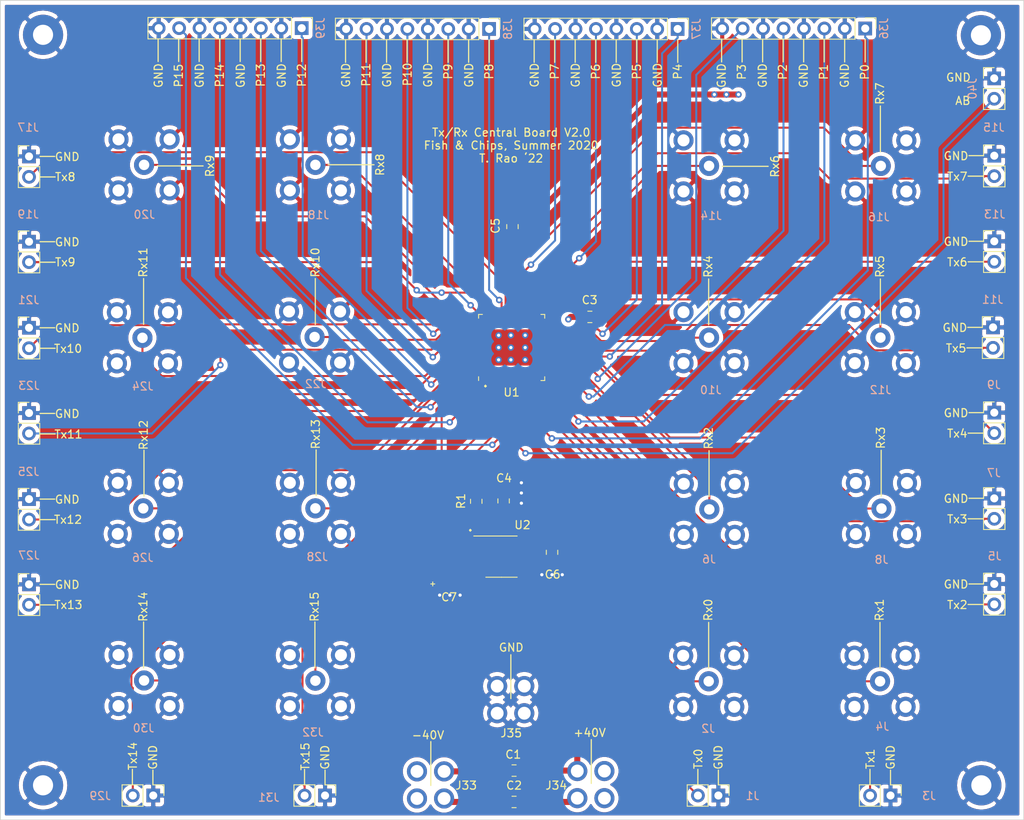
<source format=kicad_pcb>
(kicad_pcb (version 20171130) (host pcbnew "(5.1.10-1-10_14)")
  (layers (0 F.Cu signal) (1 GND power) (2 Power power) (31 B.Cu signal) (34 B.Paste user) (35 F.Paste user) (36 B.SilkS user) (37 F.SilkS user) (38 B.Mask user) (39 F.Mask user) (44 Edge.Cuts user))
  (net 0 "")
  (net 1 GND)
  (net 2 +40V)
  (net 3 -40V)
  (net 4 3.3)
  (net 5 VDD)
  (net 6 0SW0)
  (net 7 0SW1)
  (net 8 0SW2)
  (net 9 0SW3)
  (net 10 0SW4)
  (net 11 0SW5)
  (net 12 0SW6)
  (net 13 0SW7)
  (net 14 0SW8)
  (net 15 0SW9)
  (net 16 0SW10)
  (net 17 0SW11)
  (net 18 0SW12)
  (net 19 0SW13)
  (net 20 0SW14)
  (net 21 0SW15)
  (net 22 0SW26)
  (net 23 0SW27)
  (net 24 0SW28)
  (net 25 0SW29)
  (net 26 0SW30)
  (net 27 0SW31)
  (net 28 0SW16)
  (net 29 0SW17)
  (net 30 0SW18)
  (net 31 0SW19)
  (net 32 0SW20)
  (net 33 0SW21)
  (net 34 0SW22)
  (net 35 0SW23)
  (net 36 0SW24)
  (net 37 0SW25)
  (net 38 AB)
  (net 39 0Y01)
  (net 40 0Y23)
  (net 41 0Y45)
  (net 42 0Y67)
  (net 43 0Y1415)
  (net 44 0Y1213)
  (net 45 0Y1011)
  (net 46 0Y89)
  (net 47 0Y1617)
  (net 48 0Y1819)
  (net 49 0Y2021)
  (net 50 0Y2223)
  (net 51 0Y3031)
  (net 52 0Y2829)
  (net 53 0Y2627)
  (net 54 0Y2425)
  (net 55 "Net-(U1-Pad6)")
  (net 56 "Net-(U2-Pad4)")
  (module Mounting_Holes:MountingHole_2.5mm_Pad (layer F.Cu) (at 86.7908 137.2806)
    (fp_text reference REF** hide)
    (fp_text value MountingHole_2.5mm_Pad)
    (pad 1 thru_hole circle (at 0 0) (size 5 5) (drill 2.5) (layers *.Cu *.Mask) (net 1 GND))
  )
  (module Mounting_Holes:MountingHole_2.5mm_Pad (layer F.Cu) (at 203.4408 137.2806)
    (fp_text reference REF** hide)
    (fp_text value MountingHole_2.5mm_Pad)
    (pad 1 thru_hole circle (at 0 0) (size 5 5) (drill 2.5) (layers *.Cu *.Mask) (net 1 GND))
  )
  (module Mounting_Holes:MountingHole_2.5mm_Pad (layer F.Cu) (at 203.3908 44.0306)
    (fp_text reference REF** hide)
    (fp_text value MountingHole_2.5mm_Pad)
    (pad 1 thru_hole circle (at 0 0) (size 5 5) (drill 2.5) (layers *.Cu *.Mask) (net 1 GND))
  )
  (module Mounting_Holes:MountingHole_2.5mm_Pad (layer F.Cu) (at 86.7908 43.9806)
    (fp_text reference REF** hide)
    (fp_text value MountingHole_2.5mm_Pad)
    (pad 1 thru_hole circle (at 0 0) (size 5 5) (drill 2.5) (layers *.Cu *.Mask) (net 1 GND))
  )
  (module BoatCentralBoard:BNC_Vertical_Custom (layer F.Cu) (at 172.8 99.8 270)
    (fp_text reference J6 (at 9.3806 3.2092) (layer B.SilkS) (effects (justify mirror)))
    (fp_text value Conn_Coaxial)
    (pad 1 thru_hole circle (at 3.175 3.175 270) (size 2.5 2.5) (drill 1.3) (layers *.Cu *.Mask) (net 11 0SW5))
    (pad 2 thru_hole circle (at 6.35 6.35 270) (size 2.5 2.5) (drill 1.5) (layers *.Cu *.Mask) (net 1 GND))
    (pad 2 thru_hole circle (at 6.35 0 270) (size 2.5 2.5) (drill 1.5) (layers *.Cu *.Mask) (net 1 GND))
    (pad 2 thru_hole circle (at 0 6.35 270) (size 2.5 2.5) (drill 1.5) (layers *.Cu *.Mask) (net 1 GND))
    (pad 2 thru_hole circle (at 0 0 270) (size 2.5 2.5) (drill 1.5) (layers *.Cu *.Mask) (net 1 GND))
  )
  (module Connector_PinHeader_2.54mm:PinHeader_1x02_P2.54mm_Vertical (layer F.Cu) (at 205.05 101.61)
    (fp_text reference J7 (at -0.05 -3.16) (layer B.SilkS) (effects (justify mirror)))
    (fp_text value Screw_Terminal_01x02)
    (pad 1 thru_hole rect (at 0 0) (size 1.7 1.7) (drill 1) (layers *.Cu *.Mask) (net 1 GND))
    (pad 2 thru_hole oval (at 0 2.54) (size 1.7 1.7) (drill 1) (layers *.Cu *.Mask) (net 12 0SW6))
  )
  (module BoatCentralBoard:Banana_Jack_4Pin (layer F.Cu) (at 155.75 138.05)
    (fp_text reference J34 (at -5.15 -0.75) (layer F.SilkS))
    (fp_text value Conn_01x01)
    (pad 1 thru_hole circle (at -2.54 -2.54) (size 2.5 2.5) (drill 1.6) (layers *.Cu *.Mask) (net 2 +40V))
    (pad 1 thru_hole circle (at 0.83 -2.54) (size 2.5 2.5) (drill 1.6) (layers *.Cu *.Mask) (net 2 +40V))
    (pad 1 thru_hole circle (at 0.83 0.83) (size 2.5 2.5) (drill 1.6) (layers *.Cu *.Mask) (net 2 +40V))
    (pad 1 thru_hole circle (at -2.54 0.83) (size 2.5 2.5) (drill 1.6) (layers *.Cu *.Mask) (net 2 +40V))
  )
  (module Pin_Headers:Pin_Header_Straight_1x02_Pitch2.54mm (layer F.Cu) (at 205.0408 49.3906)
    (fp_text reference J40 (at -2.7 1.29 90) (layer B.SilkS) (effects (justify mirror)))
    (fp_text value Screw_Terminal_01x02)
    (pad 1 thru_hole rect (at 0 0) (size 1.7 1.7) (drill 1) (layers *.Cu *.Mask) (net 1 GND))
    (pad 2 thru_hole oval (at 0 2.54) (size 1.7 1.7) (drill 1) (layers *.Cu *.Mask) (net 38 AB))
  )
  (module Pin_Headers:Pin_Header_Straight_1x08_Pitch2.54mm (layer F.Cu) (at 118.95 43.15 270)
    (fp_text reference J39 (at 0 -2.33 90) (layer B.SilkS) (effects (justify mirror)))
    (fp_text value Screw_Terminal_01x08)
    (pad 1 thru_hole rect (at 0 0 270) (size 1.7 1.7) (drill 1) (layers *.Cu *.Mask) (net 54 0Y2425))
    (pad 2 thru_hole oval (at 0 2.54 270) (size 1.7 1.7) (drill 1) (layers *.Cu *.Mask) (net 1 GND))
    (pad 3 thru_hole oval (at 0 5.08 270) (size 1.7 1.7) (drill 1) (layers *.Cu *.Mask) (net 53 0Y2627))
    (pad 4 thru_hole oval (at 0 7.62 270) (size 1.7 1.7) (drill 1) (layers *.Cu *.Mask) (net 1 GND))
    (pad 5 thru_hole oval (at 0 10.16 270) (size 1.7 1.7) (drill 1) (layers *.Cu *.Mask) (net 52 0Y2829))
    (pad 6 thru_hole oval (at 0 12.7 270) (size 1.7 1.7) (drill 1) (layers *.Cu *.Mask) (net 1 GND))
    (pad 7 thru_hole oval (at 0 15.24 270) (size 1.7 1.7) (drill 1) (layers *.Cu *.Mask) (net 51 0Y3031))
    (pad 8 thru_hole oval (at 0 17.78 270) (size 1.7 1.7) (drill 1) (layers *.Cu *.Mask) (net 1 GND))
  )
  (module Pin_Headers:Pin_Header_Straight_1x08_Pitch2.54mm (layer F.Cu) (at 142.25 43.25 270)
    (fp_text reference J38 (at 0 -2.33 90) (layer B.SilkS) (effects (justify mirror)))
    (fp_text value Screw_Terminal_01x08)
    (pad 1 thru_hole rect (at 0 0 270) (size 1.7 1.7) (drill 1) (layers *.Cu *.Mask) (net 47 0Y1617))
    (pad 2 thru_hole oval (at 0 2.54 270) (size 1.7 1.7) (drill 1) (layers *.Cu *.Mask) (net 1 GND))
    (pad 3 thru_hole oval (at 0 5.08 270) (size 1.7 1.7) (drill 1) (layers *.Cu *.Mask) (net 48 0Y1819))
    (pad 4 thru_hole oval (at 0 7.62 270) (size 1.7 1.7) (drill 1) (layers *.Cu *.Mask) (net 1 GND))
    (pad 5 thru_hole oval (at 0 10.16 270) (size 1.7 1.7) (drill 1) (layers *.Cu *.Mask) (net 49 0Y2021))
    (pad 6 thru_hole oval (at 0 12.7 270) (size 1.7 1.7) (drill 1) (layers *.Cu *.Mask) (net 1 GND))
    (pad 7 thru_hole oval (at 0 15.24 270) (size 1.7 1.7) (drill 1) (layers *.Cu *.Mask) (net 50 0Y2223))
    (pad 8 thru_hole oval (at 0 17.78 270) (size 1.7 1.7) (drill 1) (layers *.Cu *.Mask) (net 1 GND))
  )
  (module Pin_Headers:Pin_Header_Straight_1x08_Pitch2.54mm (layer F.Cu) (at 165.69 43.25 270)
    (fp_text reference J37 (at 0 -2.33 90) (layer B.SilkS) (effects (justify mirror)))
    (fp_text value Screw_Terminal_01x08)
    (pad 1 thru_hole rect (at 0 0 270) (size 1.7 1.7) (drill 1) (layers *.Cu *.Mask) (net 46 0Y89))
    (pad 2 thru_hole oval (at 0 2.54 270) (size 1.7 1.7) (drill 1) (layers *.Cu *.Mask) (net 1 GND))
    (pad 3 thru_hole oval (at 0 5.08 270) (size 1.7 1.7) (drill 1) (layers *.Cu *.Mask) (net 45 0Y1011))
    (pad 4 thru_hole oval (at 0 7.62 270) (size 1.7 1.7) (drill 1) (layers *.Cu *.Mask) (net 1 GND))
    (pad 5 thru_hole oval (at 0 10.16 270) (size 1.7 1.7) (drill 1) (layers *.Cu *.Mask) (net 44 0Y1213))
    (pad 6 thru_hole oval (at 0 12.7 270) (size 1.7 1.7) (drill 1) (layers *.Cu *.Mask) (net 1 GND))
    (pad 7 thru_hole oval (at 0 15.24 270) (size 1.7 1.7) (drill 1) (layers *.Cu *.Mask) (net 43 0Y1415))
    (pad 8 thru_hole oval (at 0 17.78 270) (size 1.7 1.7) (drill 1) (layers *.Cu *.Mask) (net 1 GND))
  )
  (module Pin_Headers:Pin_Header_Straight_1x08_Pitch2.54mm (layer F.Cu) (at 189.0062 43.1938 270)
    (fp_text reference J36 (at 0 -2.33 90) (layer B.SilkS) (effects (justify mirror)))
    (fp_text value Screw_Terminal_01x08)
    (pad 1 thru_hole rect (at 0 0 270) (size 1.7 1.7) (drill 1) (layers *.Cu *.Mask) (net 39 0Y01))
    (pad 2 thru_hole oval (at 0 2.54 270) (size 1.7 1.7) (drill 1) (layers *.Cu *.Mask) (net 1 GND))
    (pad 3 thru_hole oval (at 0 5.08 270) (size 1.7 1.7) (drill 1) (layers *.Cu *.Mask) (net 40 0Y23))
    (pad 4 thru_hole oval (at 0 7.62 270) (size 1.7 1.7) (drill 1) (layers *.Cu *.Mask) (net 1 GND))
    (pad 5 thru_hole oval (at 0 10.16 270) (size 1.7 1.7) (drill 1) (layers *.Cu *.Mask) (net 41 0Y45))
    (pad 6 thru_hole oval (at 0 12.7 270) (size 1.7 1.7) (drill 1) (layers *.Cu *.Mask) (net 1 GND))
    (pad 7 thru_hole oval (at 0 15.24 270) (size 1.7 1.7) (drill 1) (layers *.Cu *.Mask) (net 42 0Y67))
    (pad 8 thru_hole oval (at 0 17.78 270) (size 1.7 1.7) (drill 1) (layers *.Cu *.Mask) (net 1 GND))
  )
  (module BoatCentralBoard:47uFBypass (layer F.Cu) (at 137.3708 109.2906 90)
    (fp_text reference C7 (at -4.6 -0.1 180) (layer F.SilkS))
    (fp_text value 47uF)
    (pad 1 smd roundrect (at -2 -0.0508 90) (size 2.8 1.6) (layers F.Cu F.Paste F.Mask) (roundrect_rratio 0.156) (net 1 GND))
    (pad 2 smd roundrect (at 2 0 90) (size 2.8 1.6) (layers F.Cu F.Paste F.Mask) (roundrect_rratio 0.156) (net 4 3.3))
  )
  (module BoatCentralBoard:BNC_Vertical_Custom (layer F.Cu) (at 166.375 121.175)
    (fp_text reference J2 (at 3.1158 9.0556) (layer B.SilkS) (effects (justify mirror)))
    (fp_text value Conn_Coaxial)
    (pad 1 thru_hole circle (at 3.175 3.175) (size 2.5 2.5) (drill 1.3) (layers *.Cu *.Mask) (net 7 0SW1))
    (pad 2 thru_hole circle (at 6.35 6.35) (size 2.5 2.5) (drill 1.5) (layers *.Cu *.Mask) (net 1 GND))
    (pad 2 thru_hole circle (at 6.35 0) (size 2.5 2.5) (drill 1.5) (layers *.Cu *.Mask) (net 1 GND))
    (pad 2 thru_hole circle (at 0 6.35) (size 2.5 2.5) (drill 1.5) (layers *.Cu *.Mask) (net 1 GND))
    (pad 2 thru_hole circle (at 0 0) (size 2.5 2.5) (drill 1.5) (layers *.Cu *.Mask) (net 1 GND))
  )
  (module BoatCentralBoard:BNC_Vertical_Custom (layer F.Cu) (at 166.4158 84.8056 90)
    (fp_text reference J10 (at -3.3306 3.3908) (layer B.SilkS) (effects (justify mirror)))
    (fp_text value Conn_Coaxial)
    (pad 1 thru_hole circle (at 3.175 3.175 90) (size 2.5 2.5) (drill 1.3) (layers *.Cu *.Mask) (net 15 0SW9))
    (pad 2 thru_hole circle (at 6.35 6.35 90) (size 2.5 2.5) (drill 1.5) (layers *.Cu *.Mask) (net 1 GND))
    (pad 2 thru_hole circle (at 6.35 0 90) (size 2.5 2.5) (drill 1.5) (layers *.Cu *.Mask) (net 1 GND))
    (pad 2 thru_hole circle (at 0 6.35 90) (size 2.5 2.5) (drill 1.5) (layers *.Cu *.Mask) (net 1 GND))
    (pad 2 thru_hole circle (at 0 0 90) (size 2.5 2.5) (drill 1.5) (layers *.Cu *.Mask) (net 1 GND))
  )
  (module BoatCentralBoard:BNC_Vertical_Custom (layer F.Cu) (at 187.7158 84.8 90)
    (fp_text reference J12 (at -3.3306 3.1908) (layer B.SilkS) (effects (justify mirror)))
    (fp_text value Conn_Coaxial)
    (pad 1 thru_hole circle (at 3.175 3.175 90) (size 2.5 2.5) (drill 1.3) (layers *.Cu *.Mask) (net 17 0SW11))
    (pad 2 thru_hole circle (at 6.35 6.35 90) (size 2.5 2.5) (drill 1.5) (layers *.Cu *.Mask) (net 1 GND))
    (pad 2 thru_hole circle (at 6.35 0 90) (size 2.5 2.5) (drill 1.5) (layers *.Cu *.Mask) (net 1 GND))
    (pad 2 thru_hole circle (at 0 6.35 90) (size 2.5 2.5) (drill 1.5) (layers *.Cu *.Mask) (net 1 GND))
    (pad 2 thru_hole circle (at 0 0 90) (size 2.5 2.5) (drill 1.5) (layers *.Cu *.Mask) (net 1 GND))
  )
  (module BoatCentralBoard:BNC_Vertical_Custom (layer F.Cu) (at 166.4158 63.45 90)
    (fp_text reference J14 (at -3.0306 3.4408) (layer B.SilkS) (effects (justify mirror)))
    (fp_text value Conn_Coaxial)
    (pad 1 thru_hole circle (at 3.175 3.175 90) (size 2.5 2.5) (drill 1.3) (layers *.Cu *.Mask) (net 19 0SW13))
    (pad 2 thru_hole circle (at 6.35 6.35 90) (size 2.5 2.5) (drill 1.5) (layers *.Cu *.Mask) (net 1 GND))
    (pad 2 thru_hole circle (at 6.35 0 90) (size 2.5 2.5) (drill 1.5) (layers *.Cu *.Mask) (net 1 GND))
    (pad 2 thru_hole circle (at 0 6.35 90) (size 2.5 2.5) (drill 1.5) (layers *.Cu *.Mask) (net 1 GND))
    (pad 2 thru_hole circle (at 0 0 90) (size 2.5 2.5) (drill 1.5) (layers *.Cu *.Mask) (net 1 GND))
  )
  (module BoatCentralBoard:BNC_Vertical_Custom (layer F.Cu) (at 123.825 106.025 180)
    (fp_text reference J28 (at 2.9342 -2.8556) (layer B.SilkS) (effects (justify mirror)))
    (fp_text value Conn_Coaxial)
    (pad 1 thru_hole circle (at 3.175 3.175 180) (size 2.5 2.5) (drill 1.3) (layers *.Cu *.Mask) (net 23 0SW27))
    (pad 2 thru_hole circle (at 6.35 6.35 180) (size 2.5 2.5) (drill 1.5) (layers *.Cu *.Mask) (net 1 GND))
    (pad 2 thru_hole circle (at 6.35 0 180) (size 2.5 2.5) (drill 1.5) (layers *.Cu *.Mask) (net 1 GND))
    (pad 2 thru_hole circle (at 0 6.35 180) (size 2.5 2.5) (drill 1.5) (layers *.Cu *.Mask) (net 1 GND))
    (pad 2 thru_hole circle (at 0 0 180) (size 2.5 2.5) (drill 1.5) (layers *.Cu *.Mask) (net 1 GND))
  )
  (module BoatCentralBoard:BNC_Vertical_Custom (layer F.Cu) (at 102.525 127.425 180)
    (fp_text reference J30 (at 3.2342 -2.7556) (layer B.SilkS) (effects (justify mirror)))
    (fp_text value Conn_Coaxial)
    (pad 1 thru_hole circle (at 3.175 3.175 180) (size 2.5 2.5) (drill 1.3) (layers *.Cu *.Mask) (net 25 0SW29))
    (pad 2 thru_hole circle (at 6.35 6.35 180) (size 2.5 2.5) (drill 1.5) (layers *.Cu *.Mask) (net 1 GND))
    (pad 2 thru_hole circle (at 6.35 0 180) (size 2.5 2.5) (drill 1.5) (layers *.Cu *.Mask) (net 1 GND))
    (pad 2 thru_hole circle (at 0 6.35 180) (size 2.5 2.5) (drill 1.5) (layers *.Cu *.Mask) (net 1 GND))
    (pad 2 thru_hole circle (at 0 0 180) (size 2.5 2.5) (drill 1.5) (layers *.Cu *.Mask) (net 1 GND))
  )
  (module BoatCentralBoard:BNC_Vertical_Custom (layer F.Cu) (at 117.475 127.45 90)
    (fp_text reference J32 (at -3.25 2.875) (layer B.SilkS) (effects (justify mirror)))
    (fp_text value Conn_Coaxial)
    (pad 1 thru_hole circle (at 3.175 3.175 90) (size 2.5 2.5) (drill 1.3) (layers *.Cu *.Mask) (net 27 0SW31))
    (pad 2 thru_hole circle (at 6.35 6.35 90) (size 2.5 2.5) (drill 1.5) (layers *.Cu *.Mask) (net 1 GND))
    (pad 2 thru_hole circle (at 6.35 0 90) (size 2.5 2.5) (drill 1.5) (layers *.Cu *.Mask) (net 1 GND))
    (pad 2 thru_hole circle (at 0 6.35 90) (size 2.5 2.5) (drill 1.5) (layers *.Cu *.Mask) (net 1 GND))
    (pad 2 thru_hole circle (at 0 0 90) (size 2.5 2.5) (drill 1.5) (layers *.Cu *.Mask) (net 1 GND))
  )
  (module BoatCentralBoard:BNC_Vertical_Custom (layer F.Cu) (at 102.525 63.325 180)
    (fp_text reference J20 (at 3.1342 -3.0056) (layer B.SilkS) (effects (justify mirror)))
    (fp_text value Conn_Coaxial)
    (pad 1 thru_hole circle (at 3.175 3.175 180) (size 2.5 2.5) (drill 1.3) (layers *.Cu *.Mask) (net 31 0SW19))
    (pad 2 thru_hole circle (at 6.35 6.35 180) (size 2.5 2.5) (drill 1.5) (layers *.Cu *.Mask) (net 1 GND))
    (pad 2 thru_hole circle (at 6.35 0 180) (size 2.5 2.5) (drill 1.5) (layers *.Cu *.Mask) (net 1 GND))
    (pad 2 thru_hole circle (at 0 6.35 180) (size 2.5 2.5) (drill 1.5) (layers *.Cu *.Mask) (net 1 GND))
    (pad 2 thru_hole circle (at 0 0 180) (size 2.5 2.5) (drill 1.5) (layers *.Cu *.Mask) (net 1 GND))
  )
  (module BoatCentralBoard:BNC_Vertical_Custom (layer F.Cu) (at 123.725 84.725 180)
    (fp_text reference J22 (at 3.0342 -2.6556) (layer B.SilkS) (effects (justify mirror)))
    (fp_text value Conn_Coaxial)
    (pad 1 thru_hole circle (at 3.175 3.175 180) (size 2.5 2.5) (drill 1.3) (layers *.Cu *.Mask) (net 33 0SW21))
    (pad 2 thru_hole circle (at 6.35 6.35 180) (size 2.5 2.5) (drill 1.5) (layers *.Cu *.Mask) (net 1 GND))
    (pad 2 thru_hole circle (at 6.35 0 180) (size 2.5 2.5) (drill 1.5) (layers *.Cu *.Mask) (net 1 GND))
    (pad 2 thru_hole circle (at 0 6.35 180) (size 2.5 2.5) (drill 1.5) (layers *.Cu *.Mask) (net 1 GND))
    (pad 2 thru_hole circle (at 0 0 180) (size 2.5 2.5) (drill 1.5) (layers *.Cu *.Mask) (net 1 GND))
  )
  (module BoatCentralBoard:BNC_Vertical_Custom (layer F.Cu) (at 102.325 84.825 180)
    (fp_text reference J24 (at 3.1342 -2.8556) (layer B.SilkS) (effects (justify mirror)))
    (fp_text value Conn_Coaxial)
    (pad 1 thru_hole circle (at 3.175 3.175 180) (size 2.5 2.5) (drill 1.3) (layers *.Cu *.Mask) (net 35 0SW23))
    (pad 2 thru_hole circle (at 6.35 6.35 180) (size 2.5 2.5) (drill 1.5) (layers *.Cu *.Mask) (net 1 GND))
    (pad 2 thru_hole circle (at 6.35 0 180) (size 2.5 2.5) (drill 1.5) (layers *.Cu *.Mask) (net 1 GND))
    (pad 2 thru_hole circle (at 0 6.35 180) (size 2.5 2.5) (drill 1.5) (layers *.Cu *.Mask) (net 1 GND))
    (pad 2 thru_hole circle (at 0 0 180) (size 2.5 2.5) (drill 1.5) (layers *.Cu *.Mask) (net 1 GND))
  )
  (module BoatCentralBoard:BNC_Vertical_Custom (layer F.Cu) (at 102.425 106.025 180)
    (fp_text reference J26 (at 3.2342 -2.9556) (layer B.SilkS) (effects (justify mirror)))
    (fp_text value Conn_Coaxial)
    (pad 1 thru_hole circle (at 3.175 3.175 180) (size 2.5 2.5) (drill 1.3) (layers *.Cu *.Mask) (net 37 0SW25))
    (pad 2 thru_hole circle (at 6.35 6.35 180) (size 2.5 2.5) (drill 1.5) (layers *.Cu *.Mask) (net 1 GND))
    (pad 2 thru_hole circle (at 6.35 0 180) (size 2.5 2.5) (drill 1.5) (layers *.Cu *.Mask) (net 1 GND))
    (pad 2 thru_hole circle (at 0 6.35 180) (size 2.5 2.5) (drill 1.5) (layers *.Cu *.Mask) (net 1 GND))
    (pad 2 thru_hole circle (at 0 0 180) (size 2.5 2.5) (drill 1.5) (layers *.Cu *.Mask) (net 1 GND))
  )
  (module BoatCentralBoard:Banana_Jack_4Pin (layer F.Cu) (at 145.79 127.49)
    (fp_text reference J35 (at -0.79 3.31) (layer F.SilkS))
    (fp_text value Conn_01x01)
    (pad 1 thru_hole circle (at -2.54 -2.54) (size 2.5 2.5) (drill 1.6) (layers *.Cu *.Mask) (net 1 GND))
    (pad 1 thru_hole circle (at 0.83 -2.54) (size 2.5 2.5) (drill 1.6) (layers *.Cu *.Mask) (net 1 GND))
    (pad 1 thru_hole circle (at 0.83 0.83) (size 2.5 2.5) (drill 1.6) (layers *.Cu *.Mask) (net 1 GND))
    (pad 1 thru_hole circle (at -2.54 0.83) (size 2.5 2.5) (drill 1.6) (layers *.Cu *.Mask) (net 1 GND))
  )
  (module BoatCentralBoard:BNC_Vertical_Custom (layer F.Cu) (at 187.675 127.525 90)
    (fp_text reference J4 (at -2.4556 3.4658) (layer B.SilkS) (effects (justify mirror)))
    (fp_text value Conn_Coaxial)
    (pad 1 thru_hole circle (at 3.175 3.175 90) (size 2.5 2.5) (drill 1.3) (layers *.Cu *.Mask) (net 9 0SW3))
    (pad 2 thru_hole circle (at 6.35 6.35 90) (size 2.5 2.5) (drill 1.5) (layers *.Cu *.Mask) (net 1 GND))
    (pad 2 thru_hole circle (at 6.35 0 90) (size 2.5 2.5) (drill 1.5) (layers *.Cu *.Mask) (net 1 GND))
    (pad 2 thru_hole circle (at 0 6.35 90) (size 2.5 2.5) (drill 1.5) (layers *.Cu *.Mask) (net 1 GND))
    (pad 2 thru_hole circle (at 0 0 90) (size 2.5 2.5) (drill 1.5) (layers *.Cu *.Mask) (net 1 GND))
  )
  (module BoatCentralBoard:BNC_Vertical_Custom (layer F.Cu) (at 194.1158 63.4556 180)
    (fp_text reference J16 (at 3.4092 -3.1806) (layer B.SilkS) (effects (justify mirror)))
    (fp_text value Conn_Coaxial)
    (pad 1 thru_hole circle (at 3.175 3.175 180) (size 2.5 2.5) (drill 1.3) (layers *.Cu *.Mask) (net 21 0SW15))
    (pad 2 thru_hole circle (at 6.35 6.35 180) (size 2.5 2.5) (drill 1.5) (layers *.Cu *.Mask) (net 1 GND))
    (pad 2 thru_hole circle (at 6.35 0 180) (size 2.5 2.5) (drill 1.5) (layers *.Cu *.Mask) (net 1 GND))
    (pad 2 thru_hole circle (at 0 6.35 180) (size 2.5 2.5) (drill 1.5) (layers *.Cu *.Mask) (net 1 GND))
    (pad 2 thru_hole circle (at 0 0 180) (size 2.5 2.5) (drill 1.5) (layers *.Cu *.Mask) (net 1 GND))
  )
  (module BoatCentralBoard:BNC_Vertical_Custom (layer F.Cu) (at 123.825 63.325 180)
    (fp_text reference J18 (at 2.7842 -3.0556) (layer B.SilkS) (effects (justify mirror)))
    (fp_text value Conn_Coaxial)
    (pad 1 thru_hole circle (at 3.175 3.175 180) (size 2.5 2.5) (drill 1.3) (layers *.Cu *.Mask) (net 29 0SW17))
    (pad 2 thru_hole circle (at 6.35 6.35 180) (size 2.5 2.5) (drill 1.5) (layers *.Cu *.Mask) (net 1 GND))
    (pad 2 thru_hole circle (at 6.35 0 180) (size 2.5 2.5) (drill 1.5) (layers *.Cu *.Mask) (net 1 GND))
    (pad 2 thru_hole circle (at 0 6.35 180) (size 2.5 2.5) (drill 1.5) (layers *.Cu *.Mask) (net 1 GND))
    (pad 2 thru_hole circle (at 0 0 180) (size 2.5 2.5) (drill 1.5) (layers *.Cu *.Mask) (net 1 GND))
  )
  (module BoatCentralBoard:BNC_Vertical_Custom (layer F.Cu) (at 194.2 99.7 270)
    (fp_text reference J8 (at 9.5306 3.1592) (layer B.SilkS) (effects (justify mirror)))
    (fp_text value Conn_Coaxial)
    (pad 1 thru_hole circle (at 3.175 3.175 270) (size 2.5 2.5) (drill 1.3) (layers *.Cu *.Mask) (net 13 0SW7))
    (pad 2 thru_hole circle (at 6.35 6.35 270) (size 2.5 2.5) (drill 1.5) (layers *.Cu *.Mask) (net 1 GND))
    (pad 2 thru_hole circle (at 6.35 0 270) (size 2.5 2.5) (drill 1.5) (layers *.Cu *.Mask) (net 1 GND))
    (pad 2 thru_hole circle (at 0 6.35 270) (size 2.5 2.5) (drill 1.5) (layers *.Cu *.Mask) (net 1 GND))
    (pad 2 thru_hole circle (at 0 0 270) (size 2.5 2.5) (drill 1.5) (layers *.Cu *.Mask) (net 1 GND))
  )
  (module BoatCentralBoard:Banana_Jack_4Pin (layer F.Cu) (at 134.11 136.38 180)
    (fp_text reference J33 (at -5.29 -0.92) (layer F.SilkS))
    (fp_text value Conn_01x01)
    (pad 1 thru_hole circle (at -2.54 -2.54 180) (size 2.5 2.5) (drill 1.6) (layers *.Cu *.Mask) (net 3 -40V))
    (pad 1 thru_hole circle (at 0.83 -2.54 180) (size 2.5 2.5) (drill 1.6) (layers *.Cu *.Mask) (net 3 -40V))
    (pad 1 thru_hole circle (at 0.83 0.83 180) (size 2.5 2.5) (drill 1.6) (layers *.Cu *.Mask) (net 3 -40V))
    (pad 1 thru_hole circle (at -2.54 0.83 180) (size 2.5 2.5) (drill 1.6) (layers *.Cu *.Mask) (net 3 -40V))
  )
  (module Package_SO:SOIC-8_3.9x4.9mm_P1.27mm (layer F.Cu) (at 143.7858 108.85)
    (fp_text reference U2 (at 2.6092 -3.9306) (layer F.SilkS))
    (fp_text value LM2936HVBMAX-3.3)
    (pad 8 smd roundrect (at 2.475 -1.905) (size 1.95 0.6) (layers F.Cu F.Paste F.Mask) (net 2 +40V))
    (pad 7 smd roundrect (at 2.475 -0.635) (size 1.95 0.6) (layers F.Cu F.Paste F.Mask) (net 1 GND))
    (pad 6 smd roundrect (at 2.475 0.635) (size 1.95 0.6) (layers F.Cu F.Paste F.Mask) (net 1 GND))
    (pad 5 smd roundrect (at 2.475 1.905) (size 1.95 0.6) (layers F.Cu F.Paste F.Mask) (net 1 GND))
    (pad 4 smd roundrect (at -2.475 1.905) (size 1.95 0.6) (layers F.Cu F.Paste F.Mask) (net 56 "Net-(U2-Pad4)"))
    (pad 3 smd roundrect (at -2.475 0.635) (size 1.95 0.6) (layers F.Cu F.Paste F.Mask) (net 1 GND))
    (pad 2 smd roundrect (at -2.475 -0.635) (size 1.95 0.6) (layers F.Cu F.Paste F.Mask) (net 1 GND))
    (pad 1 smd roundrect (at -2.475 -1.905) (size 1.95 0.6) (layers F.Cu F.Paste F.Mask) (net 4 3.3))
  )
  (module Package_DFN_QFN:QFN-56-1EP_8x8mm_P0.5mm_EP4.5x5.2mm (layer F.Cu) (at 145.05 82.85 90)
    (fp_text reference U1 (at -5.5806 -0.0092 180) (layer F.SilkS))
    (fp_text value HV2808)
    (pad 56 smd roundrect (at -3.25 -3.9375 90) (size 0.25 0.875) (layers F.Cu F.Paste F.Mask) (net 24 0SW28))
    (pad 55 smd roundrect (at -2.75 -3.9375 90) (size 0.25 0.875) (layers F.Cu F.Paste F.Mask) (net 23 0SW27))
    (pad 54 smd roundrect (at -2.25 -3.9375 90) (size 0.25 0.875) (layers F.Cu F.Paste F.Mask) (net 53 0Y2627))
    (pad 53 smd roundrect (at -1.75 -3.9375 90) (size 0.25 0.875) (layers F.Cu F.Paste F.Mask) (net 22 0SW26))
    (pad 52 smd roundrect (at -1.25 -3.9375 90) (size 0.25 0.875) (layers F.Cu F.Paste F.Mask) (net 37 0SW25))
    (pad 51 smd roundrect (at -0.75 -3.9375 90) (size 0.25 0.875) (layers F.Cu F.Paste F.Mask) (net 54 0Y2425))
    (pad 50 smd roundrect (at -0.25 -3.9375 90) (size 0.25 0.875) (layers F.Cu F.Paste F.Mask) (net 36 0SW24))
    (pad 49 smd roundrect (at 0.25 -3.9375 90) (size 0.25 0.875) (layers F.Cu F.Paste F.Mask) (net 35 0SW23))
    (pad 48 smd roundrect (at 0.75 -3.9375 90) (size 0.25 0.875) (layers F.Cu F.Paste F.Mask) (net 50 0Y2223))
    (pad 47 smd roundrect (at 1.25 -3.9375 90) (size 0.25 0.875) (layers F.Cu F.Paste F.Mask) (net 34 0SW22))
    (pad 46 smd roundrect (at 1.75 -3.9375 90) (size 0.25 0.875) (layers F.Cu F.Paste F.Mask) (net 33 0SW21))
    (pad 45 smd roundrect (at 2.25 -3.9375 90) (size 0.25 0.875) (layers F.Cu F.Paste F.Mask) (net 49 0Y2021))
    (pad 44 smd roundrect (at 2.75 -3.9375 90) (size 0.25 0.875) (layers F.Cu F.Paste F.Mask) (net 32 0SW20))
    (pad 43 smd roundrect (at 3.25 -3.9375 90) (size 0.25 0.875) (layers F.Cu F.Paste F.Mask) (net 31 0SW19))
    (pad 42 smd roundrect (at 3.9375 -3.25 90) (size 0.875 0.25) (layers F.Cu F.Paste F.Mask) (net 48 0Y1819))
    (pad 41 smd roundrect (at 3.9375 -2.75 90) (size 0.875 0.25) (layers F.Cu F.Paste F.Mask) (net 30 0SW18))
    (pad 40 smd roundrect (at 3.9375 -2.25 90) (size 0.875 0.25) (layers F.Cu F.Paste F.Mask) (net 3 -40V))
    (pad 39 smd roundrect (at 3.9375 -1.75 90) (size 0.875 0.25) (layers F.Cu F.Paste F.Mask) (net 29 0SW17))
    (pad 38 smd roundrect (at 3.9375 -1.25 90) (size 0.875 0.25) (layers F.Cu F.Paste F.Mask) (net 47 0Y1617))
    (pad 37 smd roundrect (at 3.9375 -0.75 90) (size 0.875 0.25) (layers F.Cu F.Paste F.Mask) (net 28 0SW16))
    (pad 36 smd roundrect (at 3.9375 -0.25 90) (size 0.875 0.25) (layers F.Cu F.Paste F.Mask) (net 2 +40V))
    (pad 35 smd roundrect (at 3.9375 0.25 90) (size 0.875 0.25) (layers F.Cu F.Paste F.Mask) (net 2 +40V))
    (pad 34 smd roundrect (at 3.9375 0.75 90) (size 0.875 0.25) (layers F.Cu F.Paste F.Mask) (net 21 0SW15))
    (pad 33 smd roundrect (at 3.9375 1.25 90) (size 0.875 0.25) (layers F.Cu F.Paste F.Mask) (net 43 0Y1415))
    (pad 32 smd roundrect (at 3.9375 1.75 90) (size 0.875 0.25) (layers F.Cu F.Paste F.Mask) (net 20 0SW14))
    (pad 31 smd roundrect (at 3.9375 2.25 90) (size 0.875 0.25) (layers F.Cu F.Paste F.Mask) (net 3 -40V))
    (pad 30 smd roundrect (at 3.9375 2.75 90) (size 0.875 0.25) (layers F.Cu F.Paste F.Mask) (net 19 0SW13))
    (pad 29 smd roundrect (at 3.9375 3.25 90) (size 0.875 0.25) (layers F.Cu F.Paste F.Mask) (net 44 0Y1213))
    (pad 28 smd roundrect (at 3.25 3.9375 90) (size 0.25 0.875) (layers F.Cu F.Paste F.Mask) (net 18 0SW12))
    (pad 27 smd roundrect (at 2.75 3.9375 90) (size 0.25 0.875) (layers F.Cu F.Paste F.Mask) (net 17 0SW11))
    (pad 26 smd roundrect (at 2.25 3.9375 90) (size 0.25 0.875) (layers F.Cu F.Paste F.Mask) (net 45 0Y1011))
    (pad 25 smd roundrect (at 1.75 3.9375 90) (size 0.25 0.875) (layers F.Cu F.Paste F.Mask) (net 16 0SW10))
    (pad 24 smd roundrect (at 1.25 3.9375 90) (size 0.25 0.875) (layers F.Cu F.Paste F.Mask) (net 15 0SW9))
    (pad 23 smd roundrect (at 0.75 3.9375 90) (size 0.25 0.875) (layers F.Cu F.Paste F.Mask) (net 46 0Y89))
    (pad 22 smd roundrect (at 0.25 3.9375 90) (size 0.25 0.875) (layers F.Cu F.Paste F.Mask) (net 14 0SW8))
    (pad 21 smd roundrect (at -0.25 3.9375 90) (size 0.25 0.875) (layers F.Cu F.Paste F.Mask) (net 13 0SW7))
    (pad 20 smd roundrect (at -0.75 3.9375 90) (size 0.25 0.875) (layers F.Cu F.Paste F.Mask) (net 42 0Y67))
    (pad 19 smd roundrect (at -1.25 3.9375 90) (size 0.25 0.875) (layers F.Cu F.Paste F.Mask) (net 12 0SW6))
    (pad 18 smd roundrect (at -1.75 3.9375 90) (size 0.25 0.875) (layers F.Cu F.Paste F.Mask) (net 11 0SW5))
    (pad 17 smd roundrect (at -2.25 3.9375 90) (size 0.25 0.875) (layers F.Cu F.Paste F.Mask) (net 41 0Y45))
    (pad 16 smd roundrect (at -2.75 3.9375 90) (size 0.25 0.875) (layers F.Cu F.Paste F.Mask) (net 10 0SW4))
    (pad 15 smd roundrect (at -3.25 3.9375 90) (size 0.25 0.875) (layers F.Cu F.Paste F.Mask) (net 9 0SW3))
    (pad 14 smd roundrect (at -3.9375 3.25 90) (size 0.875 0.25) (layers F.Cu F.Paste F.Mask) (net 40 0Y23))
    (pad 13 smd roundrect (at -3.9375 2.75 90) (size 0.875 0.25) (layers F.Cu F.Paste F.Mask) (net 8 0SW2))
    (pad 12 smd roundrect (at -3.9375 2.25 90) (size 0.875 0.25) (layers F.Cu F.Paste F.Mask) (net 7 0SW1))
    (pad 11 smd roundrect (at -3.9375 1.75 90) (size 0.875 0.25) (layers F.Cu F.Paste F.Mask) (net 39 0Y01))
    (pad 10 smd roundrect (at -3.9375 1.25 90) (size 0.875 0.25) (layers F.Cu F.Paste F.Mask) (net 6 0SW0))
    (pad 9 smd roundrect (at -3.9375 0.75 90) (size 0.875 0.25) (layers F.Cu F.Paste F.Mask) (net 1 GND))
    (pad 8 smd roundrect (at -3.9375 0.25 90) (size 0.875 0.25) (layers F.Cu F.Paste F.Mask) (net 38 AB))
    (pad 7 smd roundrect (at -3.9375 -0.25 90) (size 0.875 0.25) (layers F.Cu F.Paste F.Mask) (net 5 VDD))
    (pad 6 smd roundrect (at -3.9375 -0.75 90) (size 0.875 0.25) (layers F.Cu F.Paste F.Mask) (net 55 "Net-(U1-Pad6)"))
    (pad 5 smd roundrect (at -3.9375 -1.25 90) (size 0.875 0.25) (layers F.Cu F.Paste F.Mask) (net 27 0SW31))
    (pad 4 smd roundrect (at -3.9375 -1.75 90) (size 0.875 0.25) (layers F.Cu F.Paste F.Mask) (net 51 0Y3031))
    (pad 3 smd roundrect (at -3.9375 -2.25 90) (size 0.875 0.25) (layers F.Cu F.Paste F.Mask) (net 26 0SW30))
    (pad 2 smd roundrect (at -3.9375 -2.75 90) (size 0.875 0.25) (layers F.Cu F.Paste F.Mask) (net 25 0SW29))
    (pad 1 smd roundrect (at -3.9375 -3.25 90) (size 0.875 0.25) (layers F.Cu F.Paste F.Mask) (net 52 0Y2829))
    (pad 57 smd roundrect (at 0 0 90) (size 4.5 5.2) (layers F.Cu F.Mask) (roundrect_rratio 0.055556) (net 3 -40V))
  )
  (module Connector_PinHeader_2.54mm:PinHeader_1x02_P2.54mm_Vertical (layer F.Cu) (at 85.05 101.7)
    (fp_text reference J25 (at -0.05 -3.4) (layer B.SilkS) (effects (justify mirror)))
    (fp_text value Screw_Terminal_01x02)
    (pad 2 thru_hole oval (at 0 2.54) (size 1.7 1.7) (drill 1) (layers *.Cu *.Mask) (net 36 0SW24))
    (pad 1 thru_hole rect (at 0 0) (size 1.7 1.7) (drill 1) (layers *.Cu *.Mask) (net 1 GND))
  )
  (module Connector_PinHeader_2.54mm:PinHeader_1x02_P2.54mm_Vertical (layer F.Cu) (at 85.05 91)
    (fp_text reference J23 (at 0 -3.4) (layer B.SilkS) (effects (justify mirror)))
    (fp_text value Screw_Terminal_01x02)
    (pad 2 thru_hole oval (at 0 2.54) (size 1.7 1.7) (drill 1) (layers *.Cu *.Mask) (net 34 0SW22))
    (pad 1 thru_hole rect (at 0 0) (size 1.7 1.7) (drill 1) (layers *.Cu *.Mask) (net 1 GND))
  )
  (module Connector_PinHeader_2.54mm:PinHeader_1x02_P2.54mm_Vertical (layer F.Cu) (at 85.05 80.4)
    (fp_text reference J21 (at -0.05 -3.45) (layer B.SilkS) (effects (justify mirror)))
    (fp_text value Screw_Terminal_01x02)
    (pad 2 thru_hole oval (at 0 2.54) (size 1.7 1.7) (drill 1) (layers *.Cu *.Mask) (net 32 0SW20))
    (pad 1 thru_hole rect (at 0 0) (size 1.7 1.7) (drill 1) (layers *.Cu *.Mask) (net 1 GND))
  )
  (module Connector_PinHeader_2.54mm:PinHeader_1x02_P2.54mm_Vertical (layer F.Cu) (at 85.05 69.7)
    (fp_text reference J19 (at -0.1 -3.4) (layer B.SilkS) (effects (justify mirror)))
    (fp_text value Screw_Terminal_01x02)
    (pad 2 thru_hole oval (at 0 2.54) (size 1.7 1.7) (drill 1) (layers *.Cu *.Mask) (net 30 0SW18))
    (pad 1 thru_hole rect (at 0 0) (size 1.7 1.7) (drill 1) (layers *.Cu *.Mask) (net 1 GND))
  )
  (module Connector_PinHeader_2.54mm:PinHeader_1x02_P2.54mm_Vertical (layer F.Cu) (at 85.05 59.1)
    (fp_text reference J17 (at -0.1 -3.6) (layer B.SilkS) (effects (justify mirror)))
    (fp_text value Screw_Terminal_01x02)
    (pad 2 thru_hole oval (at 0 2.54) (size 1.7 1.7) (drill 1) (layers *.Cu *.Mask) (net 28 0SW16))
    (pad 1 thru_hole rect (at 0 0) (size 1.7 1.7) (drill 1) (layers *.Cu *.Mask) (net 1 GND))
  )
  (module Connector_PinHeader_2.54mm:PinHeader_1x02_P2.54mm_Vertical (layer F.Cu) (at 121.85 138.55 270)
    (fp_text reference J31 (at 0.25 7) (layer B.SilkS) (effects (justify mirror)))
    (fp_text value Screw_Terminal_01x02)
    (pad 2 thru_hole oval (at 0 2.54 270) (size 1.7 1.7) (drill 1) (layers *.Cu *.Mask) (net 26 0SW30))
    (pad 1 thru_hole rect (at 0 0 270) (size 1.7 1.7) (drill 1) (layers *.Cu *.Mask) (net 1 GND))
  )
  (module Connector_PinHeader_2.54mm:PinHeader_1x02_P2.54mm_Vertical (layer F.Cu) (at 100.49 138.55 270)
    (fp_text reference J29 (at 0.05 6.59) (layer B.SilkS) (effects (justify mirror)))
    (fp_text value Screw_Terminal_01x02)
    (pad 2 thru_hole oval (at 0 2.54 270) (size 1.7 1.7) (drill 1) (layers *.Cu *.Mask) (net 24 0SW28))
    (pad 1 thru_hole rect (at 0 0 270) (size 1.7 1.7) (drill 1) (layers *.Cu *.Mask) (net 1 GND))
  )
  (module Connector_PinHeader_2.54mm:PinHeader_1x02_P2.54mm_Vertical (layer F.Cu) (at 85.05 112.3)
    (fp_text reference J27 (at 0 -3.6) (layer B.SilkS) (effects (justify mirror)))
    (fp_text value Screw_Terminal_01x02)
    (pad 2 thru_hole oval (at 0 2.54) (size 1.7 1.7) (drill 1) (layers *.Cu *.Mask) (net 22 0SW26))
    (pad 1 thru_hole rect (at 0 0) (size 1.7 1.7) (drill 1) (layers *.Cu *.Mask) (net 1 GND))
  )
  (module Connector_PinHeader_2.54mm:PinHeader_1x02_P2.54mm_Vertical (layer F.Cu) (at 205.05 59.01)
    (fp_text reference J15 (at -0.05 -3.51) (layer B.SilkS) (effects (justify mirror)))
    (fp_text value Screw_Terminal_01x02)
    (pad 1 thru_hole rect (at 0 0) (size 1.7 1.7) (drill 1) (layers *.Cu *.Mask) (net 1 GND))
    (pad 2 thru_hole oval (at 0 2.54) (size 1.7 1.7) (drill 1) (layers *.Cu *.Mask) (net 20 0SW14))
  )
  (module Connector_PinHeader_2.54mm:PinHeader_1x02_P2.54mm_Vertical (layer F.Cu) (at 205.05 69.65)
    (fp_text reference J13 (at 0.05 -3.35) (layer B.SilkS) (effects (justify mirror)))
    (fp_text value Screw_Terminal_01x02)
    (pad 2 thru_hole oval (at 0 2.54) (size 1.7 1.7) (drill 1) (layers *.Cu *.Mask) (net 18 0SW12))
    (pad 1 thru_hole rect (at 0 0) (size 1.7 1.7) (drill 1) (layers *.Cu *.Mask) (net 1 GND))
  )
  (module Connector_PinHeader_2.54mm:PinHeader_1x02_P2.54mm_Vertical (layer F.Cu) (at 204.9 80.35)
    (fp_text reference J11 (at -0.05 -3.45) (layer B.SilkS) (effects (justify mirror)))
    (fp_text value Screw_Terminal_01x02)
    (pad 2 thru_hole oval (at 0 2.54) (size 1.7 1.7) (drill 1) (layers *.Cu *.Mask) (net 16 0SW10))
    (pad 1 thru_hole rect (at 0 0) (size 1.7 1.7) (drill 1) (layers *.Cu *.Mask) (net 1 GND))
  )
  (module Connector_PinHeader_2.54mm:PinHeader_1x02_P2.54mm_Vertical (layer F.Cu) (at 205.05 90.95)
    (fp_text reference J9 (at -0.05 -3.45) (layer B.SilkS) (effects (justify mirror)))
    (fp_text value Screw_Terminal_01x02)
    (pad 2 thru_hole oval (at 0 2.54) (size 1.7 1.7) (drill 1) (layers *.Cu *.Mask) (net 14 0SW8))
    (pad 1 thru_hole rect (at 0 0) (size 1.7 1.7) (drill 1) (layers *.Cu *.Mask) (net 1 GND))
  )
  (module Connector_PinHeader_2.54mm:PinHeader_1x02_P2.54mm_Vertical (layer F.Cu) (at 205.05 112.25)
    (fp_text reference J5 (at 0.05 -3.45) (layer B.SilkS) (effects (justify mirror)))
    (fp_text value Screw_Terminal_01x02)
    (pad 1 thru_hole rect (at 0 0) (size 1.7 1.7) (drill 1) (layers *.Cu *.Mask) (net 1 GND))
    (pad 2 thru_hole oval (at 0 2.54) (size 1.7 1.7) (drill 1) (layers *.Cu *.Mask) (net 10 0SW4))
  )
  (module Connector_PinHeader_2.54mm:PinHeader_1x02_P2.54mm_Vertical (layer F.Cu) (at 192.15 138.55 270)
    (fp_text reference J3 (at 0.05 -4.8) (layer B.SilkS) (effects (justify mirror)))
    (fp_text value Screw_Terminal_01x02)
    (pad 2 thru_hole oval (at 0 2.54 270) (size 1.7 1.7) (drill 1) (layers *.Cu *.Mask) (net 8 0SW2))
    (pad 1 thru_hole rect (at 0 0 270) (size 1.7 1.7) (drill 1) (layers *.Cu *.Mask) (net 1 GND))
  )
  (module Connector_PinHeader_2.54mm:PinHeader_1x02_P2.54mm_Vertical (layer F.Cu) (at 170.75 138.55 270)
    (fp_text reference J1 (at 0.05 -4.25) (layer B.SilkS) (effects (justify mirror)))
    (fp_text value Screw_Terminal_01x02)
    (pad 2 thru_hole oval (at 0 2.54 270) (size 1.7 1.7) (drill 1) (layers *.Cu *.Mask) (net 6 0SW0))
    (pad 1 thru_hole rect (at 0 0 270) (size 1.7 1.7) (drill 1) (layers *.Cu *.Mask) (net 1 GND))
  )
  (module Capacitor_SMD:C_0805_2012Metric_Pad1.15x1.40mm_HandSolder (layer F.Cu) (at 145.35 135.45 180)
    (fp_text reference C1 (at 0.1 2) (layer F.SilkS))
    (fp_text value 1μF)
    (pad 2 smd roundrect (at 1.025 0 180) (size 1.15 1.4) (layers F.Cu F.Paste F.Mask) (roundrect_rratio 0.2173904347826087) (net 3 -40V))
    (pad 1 smd roundrect (at -1.025 0 180) (size 1.15 1.4) (layers F.Cu F.Paste F.Mask) (roundrect_rratio 0.2173904347826087) (net 2 +40V))
  )
  (module Resistor_SMD:R_0805_2012Metric_Pad1.15x1.40mm_HandSolder (layer F.Cu) (at 140.65 101.975 270)
    (fp_text reference R1 (at -0.025 1.9 270) (layer F.SilkS))
    (fp_text value 1k)
    (pad 2 smd roundrect (at 1.025 0 270) (size 1.15 1.4) (layers F.Cu F.Paste F.Mask) (roundrect_rratio 0.2173904347826087) (net 4 3.3))
    (pad 1 smd roundrect (at -1.025 0 270) (size 1.15 1.4) (layers F.Cu F.Paste F.Mask) (roundrect_rratio 0.2173904347826087) (net 5 VDD))
  )
  (module Capacitor_SMD:C_0805_2012Metric_Pad1.15x1.40mm_HandSolder (layer F.Cu) (at 145.35 139.35 180)
    (fp_text reference C2 (at 0 2.05) (layer F.SilkS))
    (fp_text value 0.1μF)
    (pad 2 smd roundrect (at 1.025 0 180) (size 1.15 1.4) (layers F.Cu F.Paste F.Mask) (roundrect_rratio 0.2173904347826087) (net 3 -40V))
    (pad 1 smd roundrect (at -1.025 0 180) (size 1.15 1.4) (layers F.Cu F.Paste F.Mask) (roundrect_rratio 0.2173904347826087) (net 2 +40V))
  )
  (module Capacitor_SMD:C_0805_2012Metric_Pad1.15x1.40mm_HandSolder (layer F.Cu) (at 154.775 79.05)
    (fp_text reference C3 (at -0.025 -2.1) (layer F.SilkS))
    (fp_text value 0.1μF)
    (pad 2 smd roundrect (at 1.025 0) (size 1.15 1.4) (layers F.Cu F.Paste F.Mask) (roundrect_rratio 0.2173904347826087) (net 1 GND))
    (pad 1 smd roundrect (at -1.025 0) (size 1.15 1.4) (layers F.Cu F.Paste F.Mask) (roundrect_rratio 0.2173904347826087) (net 3 -40V))
  )
  (module Capacitor_SMD:C_0805_2012Metric_Pad1.15x1.40mm_HandSolder (layer F.Cu) (at 145.15 67.825 90)
    (fp_text reference C5 (at 0.0944 -2.1092 270) (layer F.SilkS))
    (fp_text value 0.1μF)
    (pad 2 smd roundrect (at 1.025 0 90) (size 1.15 1.4) (layers F.Cu F.Paste F.Mask) (roundrect_rratio 0.2173904347826087) (net 1 GND))
    (pad 1 smd roundrect (at -1.025 0 90) (size 1.15 1.4) (layers F.Cu F.Paste F.Mask) (roundrect_rratio 0.2173904347826087) (net 2 +40V))
  )
  (module Capacitor_SMD:C_0805_2012Metric_Pad1.15x1.40mm_HandSolder (layer F.Cu) (at 144.05 101.925 90)
    (fp_text reference C4 (at 2.825 0.05 180) (layer F.SilkS))
    (fp_text value 0.1μF)
    (pad 2 smd roundrect (at 1.025 0 90) (size 1.15 1.4) (layers F.Cu F.Paste F.Mask) (roundrect_rratio 0.2173904347826087) (net 1 GND))
    (pad 1 smd roundrect (at -1.025 0 90) (size 1.15 1.4) (layers F.Cu F.Paste F.Mask) (roundrect_rratio 0.2173904347826087) (net 4 3.3))
  )
  (module Capacitor_SMD:C_0805_2012Metric_Pad1.15x1.40mm_HandSolder (layer F.Cu) (at 150.0708 108.3156 270)
    (fp_text reference C6 (at 2.75 -0.075 180) (layer F.SilkS))
    (fp_text value 0.1uF)
    (pad 2 smd roundrect (at 1.025 0 270) (size 1.15 1.4) (layers F.Cu F.Paste F.Mask) (roundrect_rratio 0.2173904347826087) (net 1 GND))
    (pad 1 smd roundrect (at -1.025 0 270) (size 1.15 1.4) (layers F.Cu F.Paste F.Mask) (roundrect_rratio 0.2173904347826087) (net 2 +40V))
  )
  (gr_line (start 120.6408 79.9806) (end 120.6408 74.2806) (layer F.SilkS) (width 0.15))
  (gr_line (start 120.7408 101.2806) (end 120.7408 95.5806) (layer F.SilkS) (width 0.15))
  (gr_text Rx12 (at 99.2908 93.7306 90) (layer F.SilkS) (effects (font (size 1 1))))
  (gr_line (start 99.3408 101.3306) (end 99.3408 95.6306) (layer F.SilkS) (width 0.15))
  (gr_text Rx9 (at 107.5408 60.2806 90) (layer F.SilkS) (effects (font (size 1 1))))
  (gr_text Rx15 (at 120.5408 115.0806 90) (layer F.SilkS) (effects (font (size 1 1))))
  (gr_text Rx14 (at 99.2408 115.0806 90) (layer F.SilkS) (effects (font (size 1 1))))
  (gr_text Rx8 (at 128.6908 60.1306 90) (layer F.SilkS) (effects (font (size 1 1))))
  (gr_line (start 122.2408 60.1306) (end 127.9408 60.1306) (layer F.SilkS) (width 0.15))
  (gr_line (start 99.2908 122.6806) (end 99.2908 116.9806) (layer F.SilkS) (width 0.15))
  (gr_text Rx10 (at 120.6408 72.2806 90) (layer F.SilkS) (effects (font (size 1 1))))
  (gr_text Rx11 (at 99.2408 72.2806 90) (layer F.SilkS) (effects (font (size 1 1))))
  (gr_line (start 120.5908 122.6806) (end 120.5908 116.9806) (layer F.SilkS) (width 0.15))
  (gr_text Rx13 (at 120.6908 93.6306 90) (layer F.SilkS) (effects (font (size 1 1))))
  (gr_line (start 100.9908 60.2806) (end 106.6908 60.2806) (layer F.SilkS) (width 0.15))
  (gr_line (start 99.2908 79.9806) (end 99.2908 74.2806) (layer F.SilkS) (width 0.15))
  (gr_text Rx7 (at 190.8408 51.2806 90) (layer F.SilkS) (effects (font (size 1 1))))
  (gr_line (start 190.8908 58.5306) (end 190.8908 52.8306) (layer F.SilkS) (width 0.15))
  (gr_text Rx6 (at 177.7908 60.3306 90) (layer F.SilkS) (effects (font (size 1 1))))
  (gr_line (start 171.2408 60.3306) (end 176.9408 60.3306) (layer F.SilkS) (width 0.15))
  (gr_text Rx1 (at 190.7908 115.4806 90) (layer F.SilkS) (effects (font (size 1 1))))
  (gr_line (start 190.8408 122.7306) (end 190.8408 117.0306) (layer F.SilkS) (width 0.15))
  (gr_text Rx0 (at 169.4908 115.4806 90) (layer F.SilkS) (effects (font (size 1 1))))
  (gr_line (start 169.5408 122.7306) (end 169.5408 117.0306) (layer F.SilkS) (width 0.15))
  (gr_text Rx5 (at 190.8408 72.7806 90) (layer F.SilkS) (effects (font (size 1 1))))
  (gr_line (start 190.8908 80.0306) (end 190.8908 74.3306) (layer F.SilkS) (width 0.15))
  (gr_text Rx4 (at 169.4908 72.7806 90) (layer F.SilkS) (effects (font (size 1 1))))
  (gr_line (start 169.5408 80.0306) (end 169.5408 74.3306) (layer F.SilkS) (width 0.15))
  (gr_text Rx2 (at 169.5408 94.1306 90) (layer F.SilkS) (effects (font (size 1 1))))
  (gr_line (start 169.5908 101.3806) (end 169.5908 95.6806) (layer F.SilkS) (width 0.15))
  (gr_text Rx3 (at 190.9408 94.0806 90) (layer F.SilkS) (effects (font (size 1 1))))
  (gr_line (start 190.9908 101.3306) (end 190.9908 95.6306) (layer F.SilkS) (width 0.15))
  (gr_text . (at 141.7908 86.8306) (layer F.SilkS) (effects (font (size 2 2))))
  (gr_text . (at 139.9108 104.7506) (layer F.SilkS) (effects (font (size 2 2))))
  (gr_text "Tx/Rx Central Board V2.0\nFish & Chips, Summer 2020\nT. Rao ‘22" (at 144.9908 57.7306) (layer F.SilkS) (effects (font (size 1 1))))
  (gr_text GND (at 200.5908 49.2806) (layer F.SilkS) (effects (font (size 1 1))))
  (gr_text AB (at 201.1408 52.1806) (layer F.SilkS) (effects (font (size 1 1))))
  (gr_text "P13\n" (at 113.85 49 90) (layer F.SilkS) (effects (font (size 1 1))))
  (gr_text GND (at 111.35 49.05 90) (layer F.SilkS) (effects (font (size 1 1))))
  (gr_text GND (at 106.25 49.05 90) (layer F.SilkS) (effects (font (size 1 1))))
  (gr_text "P15\n" (at 103.65 49.05 90) (layer F.SilkS) (effects (font (size 1 1))))
  (gr_text GND (at 101.15 49.05 90) (layer F.SilkS) (effects (font (size 1 1))))
  (gr_text GND (at 116.45 49.05 90) (layer F.SilkS) (effects (font (size 1 1))))
  (gr_text "P14\n" (at 108.75 49.05 90) (layer F.SilkS) (effects (font (size 1 1))))
  (gr_text "P12\n" (at 118.95 49 90) (layer F.SilkS) (effects (font (size 1 1))))
  (gr_text "P9\n" (at 137.15 48.55 90) (layer F.SilkS) (effects (font (size 1 1))))
  (gr_text GND (at 134.65 49 90) (layer F.SilkS) (effects (font (size 1 1))))
  (gr_text GND (at 129.55 49 90) (layer F.SilkS) (effects (font (size 1 1))))
  (gr_text "P11\n" (at 126.95 48.95 90) (layer F.SilkS) (effects (font (size 1 1))))
  (gr_text GND (at 124.45 49 90) (layer F.SilkS) (effects (font (size 1 1))))
  (gr_text GND (at 139.75 49 90) (layer F.SilkS) (effects (font (size 1 1))))
  (gr_text "P10\n" (at 132.1 48.9 90) (layer F.SilkS) (effects (font (size 1 1))))
  (gr_text "P8\n" (at 142.25 48.55 90) (layer F.SilkS) (effects (font (size 1 1))))
  (gr_text "P5\n" (at 160.6 48.55 90) (layer F.SilkS) (effects (font (size 1 1))))
  (gr_text GND (at 158.1 49 90) (layer F.SilkS) (effects (font (size 1 1))))
  (gr_text GND (at 153 49 90) (layer F.SilkS) (effects (font (size 1 1))))
  (gr_text "P7\n" (at 150.4 48.55 90) (layer F.SilkS) (effects (font (size 1 1))))
  (gr_text GND (at 147.9 49 90) (layer F.SilkS) (effects (font (size 1 1))))
  (gr_text GND (at 163.2 49 90) (layer F.SilkS) (effects (font (size 1 1))))
  (gr_text "P6\n" (at 155.5 48.55 90) (layer F.SilkS) (effects (font (size 1 1))))
  (gr_text "P4\n" (at 165.7 48.55 90) (layer F.SilkS) (effects (font (size 1 1))))
  (gr_text GND (at 171.15 49.05 90) (layer F.SilkS) (effects (font (size 1 1))))
  (gr_text "P3\n" (at 173.65 48.6 90) (layer F.SilkS) (effects (font (size 1 1))))
  (gr_text GND (at 176.25 49.05 90) (layer F.SilkS) (effects (font (size 1 1))))
  (gr_text "P2\n" (at 178.75 48.6 90) (layer F.SilkS) (effects (font (size 1 1))))
  (gr_text GND (at 181.35 49.05 90) (layer F.SilkS) (effects (font (size 1 1))))
  (gr_text P1 (at 183.85 48.6 90) (layer F.SilkS) (effects (font (size 1 1))))
  (gr_text GND (at 186.45 49.05 90) (layer F.SilkS) (effects (font (size 1 1))))
  (gr_text "P0\n" (at 188.95 48.6 90) (layer F.SilkS) (effects (font (size 1 1))))
  (gr_line (start 113.85 44.5) (end 113.85 47.3) (layer F.SilkS) (width 0.15))
  (gr_line (start 103.65 44.5) (end 103.65 47.3) (layer F.SilkS) (width 0.15))
  (gr_line (start 108.75 44.5) (end 108.75 47.3) (layer F.SilkS) (width 0.15))
  (gr_line (start 101.1 44.5) (end 101.1 47.3) (layer F.SilkS) (width 0.15))
  (gr_line (start 106.2 44.5) (end 106.2 47.3) (layer F.SilkS) (width 0.15))
  (gr_line (start 118.95 44.5) (end 118.95 47.3) (layer F.SilkS) (width 0.15))
  (gr_line (start 111.3 44.5) (end 111.3 47.3) (layer F.SilkS) (width 0.15))
  (gr_line (start 116.4 44.5) (end 116.4 47.3) (layer F.SilkS) (width 0.15))
  (gr_line (start 137.15 44.6) (end 137.15 47.4) (layer F.SilkS) (width 0.15))
  (gr_line (start 126.95 44.6) (end 126.95 47.4) (layer F.SilkS) (width 0.15))
  (gr_line (start 132.05 44.6) (end 132.05 47.4) (layer F.SilkS) (width 0.15))
  (gr_line (start 124.4 44.6) (end 124.4 47.4) (layer F.SilkS) (width 0.15))
  (gr_line (start 129.5 44.6) (end 129.5 47.4) (layer F.SilkS) (width 0.15))
  (gr_line (start 142.25 44.6) (end 142.25 47.4) (layer F.SilkS) (width 0.15))
  (gr_line (start 134.6 44.6) (end 134.6 47.4) (layer F.SilkS) (width 0.15))
  (gr_line (start 139.7 44.6) (end 139.7 47.4) (layer F.SilkS) (width 0.15))
  (gr_line (start 160.6 44.6) (end 160.6 47.4) (layer F.SilkS) (width 0.15))
  (gr_line (start 150.4 44.6) (end 150.4 47.4) (layer F.SilkS) (width 0.15))
  (gr_line (start 155.5 44.6) (end 155.5 47.4) (layer F.SilkS) (width 0.15))
  (gr_line (start 147.85 44.6) (end 147.85 47.4) (layer F.SilkS) (width 0.15))
  (gr_line (start 152.95 44.6) (end 152.95 47.4) (layer F.SilkS) (width 0.15))
  (gr_line (start 165.7 44.6) (end 165.7 47.4) (layer F.SilkS) (width 0.15))
  (gr_line (start 158.05 44.6) (end 158.05 47.4) (layer F.SilkS) (width 0.15))
  (gr_line (start 163.15 44.6) (end 163.15 47.4) (layer F.SilkS) (width 0.15))
  (gr_line (start 173.7 44.55) (end 173.7 47.35) (layer F.SilkS) (width 0.15))
  (gr_line (start 178.8 44.55) (end 178.8 47.35) (layer F.SilkS) (width 0.15))
  (gr_line (start 171.15 44.55) (end 171.15 47.35) (layer F.SilkS) (width 0.15))
  (gr_line (start 176.25 44.55) (end 176.25 47.35) (layer F.SilkS) (width 0.15))
  (gr_line (start 183.9 44.55) (end 183.9 47.35) (layer F.SilkS) (width 0.15))
  (gr_line (start 181.35 44.55) (end 181.35 47.35) (layer F.SilkS) (width 0.15))
  (gr_line (start 186.45 44.55) (end 186.45 47.35) (layer F.SilkS) (width 0.15))
  (gr_line (start 189 44.55) (end 189 47.35) (layer F.SilkS) (width 0.15))
  (gr_line (start 88.24 112.3) (end 86.42 112.3) (layer F.SilkS) (width 0.15))
  (gr_text GND (at 89.8 112.35) (layer F.SilkS) (effects (font (size 1 1))))
  (gr_text "Tx13\n" (at 89.95 114.85) (layer F.SilkS) (effects (font (size 1 1))))
  (gr_line (start 86.4 114.85) (end 88.3 114.85) (layer F.SilkS) (width 0.15))
  (gr_line (start 88.24 101.7) (end 86.42 101.7) (layer F.SilkS) (width 0.15))
  (gr_text GND (at 89.8 101.75) (layer F.SilkS) (effects (font (size 1 1))))
  (gr_text "Tx12\n" (at 89.9 104.25) (layer F.SilkS) (effects (font (size 1 1))))
  (gr_line (start 86.4 104.25) (end 88.3 104.25) (layer F.SilkS) (width 0.15))
  (gr_line (start 88.24 91.05) (end 86.42 91.05) (layer F.SilkS) (width 0.15))
  (gr_text GND (at 89.8 91.1) (layer F.SilkS) (effects (font (size 1 1))))
  (gr_text "Tx11\n" (at 89.95 93.65) (layer F.SilkS) (effects (font (size 1 1))))
  (gr_line (start 86.4 93.6) (end 88.3 93.6) (layer F.SilkS) (width 0.15))
  (gr_line (start 88.24 80.4) (end 86.42 80.4) (layer F.SilkS) (width 0.15))
  (gr_text GND (at 89.8 80.45) (layer F.SilkS) (effects (font (size 1 1))))
  (gr_text "Tx10\n" (at 89.9 83) (layer F.SilkS) (effects (font (size 1 1))))
  (gr_line (start 86.4 82.95) (end 88.3 82.95) (layer F.SilkS) (width 0.15))
  (gr_line (start 88.24 69.7) (end 86.42 69.7) (layer F.SilkS) (width 0.15))
  (gr_text GND (at 89.8 69.75) (layer F.SilkS) (effects (font (size 1 1))))
  (gr_text "Tx9\n" (at 89.55 72.25) (layer F.SilkS) (effects (font (size 1 1))))
  (gr_line (start 86.4 72.25) (end 88.3 72.25) (layer F.SilkS) (width 0.15))
  (gr_line (start 88.24 59.1) (end 86.42 59.1) (layer F.SilkS) (width 0.15))
  (gr_text GND (at 89.8 59.15) (layer F.SilkS) (effects (font (size 1 1))))
  (gr_text "Tx8\n" (at 89.55 61.65) (layer F.SilkS) (effects (font (size 1 1))))
  (gr_line (start 86.4 61.65) (end 88.3 61.65) (layer F.SilkS) (width 0.15))
  (gr_line (start 203.72 59) (end 201.9 59) (layer F.SilkS) (width 0.15))
  (gr_text GND (at 200.3 59.05) (layer F.SilkS) (effects (font (size 1 1))))
  (gr_text "Tx7\n" (at 200.45 61.6) (layer F.SilkS) (effects (font (size 1 1))))
  (gr_line (start 201.8 61.55) (end 203.7 61.55) (layer F.SilkS) (width 0.15))
  (gr_line (start 203.72 69.65) (end 201.9 69.65) (layer F.SilkS) (width 0.15))
  (gr_text GND (at 200.3 69.7) (layer F.SilkS) (effects (font (size 1 1))))
  (gr_text "Tx6\n" (at 200.45 72.25) (layer F.SilkS) (effects (font (size 1 1))))
  (gr_line (start 201.8 72.2) (end 203.7 72.2) (layer F.SilkS) (width 0.15))
  (gr_line (start 203.57 80.35) (end 201.75 80.35) (layer F.SilkS) (width 0.15))
  (gr_text GND (at 200.15 80.4) (layer F.SilkS) (effects (font (size 1 1))))
  (gr_text "Tx5\n" (at 200.3 82.95) (layer F.SilkS) (effects (font (size 1 1))))
  (gr_line (start 201.65 82.9) (end 203.55 82.9) (layer F.SilkS) (width 0.15))
  (gr_line (start 203.72 90.95) (end 201.9 90.95) (layer F.SilkS) (width 0.15))
  (gr_text GND (at 200.3 91) (layer F.SilkS) (effects (font (size 1 1))))
  (gr_text "Tx4\n" (at 200.45 93.55) (layer F.SilkS) (effects (font (size 1 1))))
  (gr_line (start 201.8 93.5) (end 203.7 93.5) (layer F.SilkS) (width 0.15))
  (gr_line (start 203.72 101.6) (end 201.9 101.6) (layer F.SilkS) (width 0.15))
  (gr_text GND (at 200.3 101.65) (layer F.SilkS) (effects (font (size 1 1))))
  (gr_text "Tx3\n" (at 200.45 104.2) (layer F.SilkS) (effects (font (size 1 1))))
  (gr_line (start 201.8 104.15) (end 203.7 104.15) (layer F.SilkS) (width 0.15))
  (gr_line (start 203.72 112.25) (end 201.9 112.25) (layer F.SilkS) (width 0.15))
  (gr_text "Tx2\n" (at 200.45 114.85) (layer F.SilkS) (effects (font (size 1 1))))
  (gr_line (start 201.8 114.8) (end 203.7 114.8) (layer F.SilkS) (width 0.15))
  (gr_text GND (at 200.3 112.3) (layer F.SilkS) (effects (font (size 1 1))))
  (gr_line (start 100.45 137.22) (end 100.45 135.4) (layer F.SilkS) (width 0.15))
  (gr_text "Tx14\n" (at 97.95 133.65 90) (layer F.SilkS) (effects (font (size 1 1))))
  (gr_line (start 97.9 135.3) (end 97.9 137.2) (layer F.SilkS) (width 0.15))
  (gr_text GND (at 100.45 133.8 90) (layer F.SilkS) (effects (font (size 1 1))))
  (gr_line (start 121.85 137.22) (end 121.85 135.4) (layer F.SilkS) (width 0.15))
  (gr_text "Tx15\n" (at 119.4 133.7 90) (layer F.SilkS) (effects (font (size 1 1))))
  (gr_line (start 119.3 135.3) (end 119.3 137.2) (layer F.SilkS) (width 0.15))
  (gr_text GND (at 121.85 133.8 90) (layer F.SilkS) (effects (font (size 1 1))))
  (gr_line (start 192.15 137.22) (end 192.15 135.4) (layer F.SilkS) (width 0.15))
  (gr_text "Tx1\n" (at 189.65 134 90) (layer F.SilkS) (effects (font (size 1 1))))
  (gr_line (start 189.6 135.3) (end 189.6 137.2) (layer F.SilkS) (width 0.15))
  (gr_text GND (at 192.15 133.8 90) (layer F.SilkS) (effects (font (size 1 1))))
  (gr_line (start 170.75 137.22) (end 170.75 135.4) (layer F.SilkS) (width 0.15))
  (gr_line (start 168.2 135.3) (end 168.2 137.2) (layer F.SilkS) (width 0.15))
  (gr_text GND (at 170.75 133.8 90) (layer F.SilkS) (effects (font (size 1 1))))
  (gr_text "Tx0\n" (at 168.25 134 90) (layer F.SilkS) (effects (font (size 1 1))))
  (gr_line (start 144.95 121.05) (end 144.95 126.5) (layer F.SilkS) (width 0.15))
  (gr_line (start 154.95 131.6) (end 154.95 137.05) (layer F.SilkS) (width 0.15))
  (gr_line (start 135 131.85) (end 135 137.3) (layer F.SilkS) (width 0.15))
  (gr_text "+40V\n" (at 154.75 130.75) (layer F.SilkS) (effects (font (size 1 1))))
  (gr_text "GND\n" (at 145 120.15) (layer F.SilkS) (effects (font (size 1 1))))
  (gr_text "-40V\n" (at 134.65 131.05) (layer F.SilkS) (effects (font (size 1 1))))
  (gr_line (start 208.7194 39.7012) (end 81.4908 39.7012) (layer Edge.Cuts) (width 0.1))
  (gr_line (start 208.7194 141.5806) (end 208.7194 39.7012) (layer Edge.Cuts) (width 0.1))
  (gr_line (start 81.4908 141.5806) (end 208.7194 141.5806) (layer Edge.Cuts) (width 0.1))
  (gr_line (start 81.4908 39.7012) (end 81.4908 141.5806) (layer Edge.Cuts) (width 0.1))
  (segment (start 145.8 86.7875) (end 145.8 92.6898) (width 0.25) (layer F.Cu) (net 1))
  (segment (start 145.8 92.6898) (end 145.8 92.7398) (width 0.25) (layer F.Cu) (net 1))
  (segment (start 145.8 92.7398) (end 147.1908 94.1306) (width 0.25) (layer F.Cu) (net 1))
  (via (at 148.8008 111.1006) (size 0.8) (drill 0.4) (layers F.Cu B.Cu) (net 1))
  (via (at 150.0708 111.1006) (size 0.8) (drill 0.4) (layers F.Cu B.Cu) (net 1))
  (via (at 151.3408 111.1006) (size 0.8) (drill 0.4) (layers F.Cu B.Cu) (net 1))
  (via (at 136.1008 113.6406) (size 0.8) (drill 0.4) (layers F.Cu B.Cu) (net 1))
  (via (at 137.3708 113.6406) (size 0.8) (drill 0.4) (layers F.Cu B.Cu) (net 1))
  (via (at 138.6408 113.6406) (size 0.8) (drill 0.4) (layers F.Cu B.Cu) (net 1))
  (via (at 146.2608 99.6706) (size 0.8) (drill 0.4) (layers F.Cu B.Cu) (net 1))
  (via (at 146.2608 100.9406) (size 0.8) (drill 0.4) (layers F.Cu B.Cu) (net 1))
  (via (at 146.2608 102.2106) (size 0.8) (drill 0.4) (layers F.Cu B.Cu) (net 1))
  (segment (start 152.74 139.35) (end 153.21 138.88) (width 0.25) (layer F.Cu) (net 2))
  (segment (start 146.375 139.35) (end 152.74 139.35) (width 0.75) (layer F.Cu) (net 2))
  (segment (start 153.15 135.45) (end 153.21 135.51) (width 0.25) (layer F.Cu) (net 2))
  (segment (start 146.375 135.45) (end 153.15 135.45) (width 0.75) (layer F.Cu) (net 2))
  (segment (start 144.8 78.9125) (end 145.3 78.9125) (width 0.25) (layer F.Cu) (net 2))
  (segment (start 145.05 78.9625) (end 145.05 68.95) (width 0.75) (layer F.Cu) (net 2))
  (via (at 173.25 51.4) (size 0.8) (drill 0.4) (layers F.Cu B.Cu) (net 2))
  (segment (start 145.5 68.9) (end 163 51.4) (width 0.75) (layer F.Cu) (net 2))
  (segment (start 144.8 68.9) (end 145.5 68.9) (width 0.25) (layer F.Cu) (net 2))
  (segment (start 173.25 51.4) (end 171.65 51.4) (width 0.75) (layer F.Cu) (net 2))
  (segment (start 168.7 51.4) (end 168.9 51.4) (width 0.25) (layer F.Cu) (net 2))
  (segment (start 163 51.4) (end 168.7 51.4) (width 0.75) (layer F.Cu) (net 2))
  (segment (start 171.65 51.4) (end 170.05 51.4) (width 0.75) (layer F.Cu) (net 2))
  (via (at 171.75 51.4) (size 0.8) (drill 0.4) (layers F.Cu B.Cu) (net 2))
  (segment (start 170.05 51.4) (end 168.7 51.4) (width 0.75) (layer F.Cu) (net 2))
  (via (at 170.25 51.4) (size 0.8) (drill 0.4) (layers F.Cu B.Cu) (net 2))
  (segment (start 153.21 135.51) (end 153.21 120.51) (width 0.75) (layer F.Cu) (net 2))
  (segment (start 147.2358 106.945) (end 146.2608 106.945) (width 0.25) (layer F.Cu) (net 2))
  (segment (start 153.21 120.51) (end 153.21 112.9192) (width 0.75) (layer F.Cu) (net 2))
  (segment (start 149.7252 106.945) (end 150.0708 107.2906) (width 0.25) (layer F.Cu) (net 2))
  (segment (start 146.2608 106.945) (end 149.7252 106.945) (width 0.75) (layer F.Cu) (net 2))
  (segment (start 153.21 112.9192) (end 153.21 109.1598) (width 0.75) (layer F.Cu) (net 2))
  (segment (start 151.3408 107.2906) (end 150.0708 107.2906) (width 0.75) (layer F.Cu) (net 2))
  (segment (start 153.21 109.1598) (end 151.3408 107.2906) (width 0.75) (layer F.Cu) (net 2))
  (via (at 143.4306 82.8592) (size 0.8) (drill 0.4) (layers F.Cu B.Cu) (net 3))
  (via (at 144.9546 82.8592) (size 0.8) (drill 0.4) (layers F.Cu B.Cu) (net 3))
  (via (at 146.7326 82.8592) (size 0.8) (drill 0.4) (layers F.Cu B.Cu) (net 3))
  (via (at 143.4306 84.3832) (size 0.8) (drill 0.4) (layers F.Cu B.Cu) (net 3))
  (via (at 144.9546 84.3832) (size 0.8) (drill 0.4) (layers F.Cu B.Cu) (net 3))
  (via (at 146.7326 84.3832) (size 0.8) (drill 0.4) (layers F.Cu B.Cu) (net 3))
  (via (at 143.4306 81.3352) (size 0.8) (drill 0.4) (layers F.Cu B.Cu) (net 3))
  (via (at 144.9546 81.3352) (size 0.8) (drill 0.4) (layers F.Cu B.Cu) (net 3))
  (via (at 146.7326 81.3352) (size 0.8) (drill 0.4) (layers F.Cu B.Cu) (net 3))
  (segment (start 142.8 80.7046) (end 144.9454 82.85) (width 0.25) (layer F.Cu) (net 3))
  (segment (start 144.9454 82.85) (end 145.05 82.85) (width 0.25) (layer F.Cu) (net 3))
  (segment (start 142.8 78.9125) (end 142.8 80.7046) (width 0.25) (layer F.Cu) (net 3))
  (segment (start 147.3 80.6) (end 145.05 82.85) (width 0.25) (layer F.Cu) (net 3))
  (segment (start 147.3 78.9125) (end 147.3 80.6) (width 0.25) (layer F.Cu) (net 3))
  (segment (start 144.225 135.55) (end 144.325 135.45) (width 0.25) (layer F.Cu) (net 3))
  (segment (start 136.65 135.55) (end 144.225 135.55) (width 0.75) (layer F.Cu) (net 3))
  (segment (start 137.08 139.35) (end 136.65 138.92) (width 0.25) (layer F.Cu) (net 3))
  (segment (start 144.325 139.35) (end 137.08 139.35) (width 0.75) (layer F.Cu) (net 3))
  (via (at 152.1 79.35) (size 0.8) (drill 0.4) (layers F.Cu B.Cu) (net 3))
  (segment (start 152.4 79.05) (end 152.1 79.35) (width 0.75) (layer F.Cu) (net 3))
  (segment (start 153.75 79.05) (end 152.4 79.05) (width 0.75) (layer F.Cu) (net 3))
  (segment (start 144 103) (end 144.05 102.95) (width 0.25) (layer F.Cu) (net 4))
  (segment (start 140.65 103) (end 144 103) (width 0.25) (layer F.Cu) (net 4))
  (segment (start 140.65 103.575) (end 140.65 103) (width 0.25) (layer F.Cu) (net 4))
  (segment (start 140.65 106.2842) (end 141.3108 106.945) (width 0.25) (layer F.Cu) (net 4))
  (segment (start 140.65 103) (end 140.65 106.2842) (width 0.25) (layer F.Cu) (net 4))
  (segment (start 137.7164 106.945) (end 137.3708 107.2906) (width 0.25) (layer F.Cu) (net 4))
  (segment (start 141.3108 106.945) (end 137.7164 106.945) (width 0.25) (layer F.Cu) (net 4))
  (segment (start 141.35 100.95) (end 144.8 97.5) (width 0.25) (layer F.Cu) (net 5))
  (segment (start 144.8 87.225) (end 144.8 86.7875) (width 0.25) (layer F.Cu) (net 5))
  (segment (start 144.8 97.5) (end 144.8 87.225) (width 0.25) (layer F.Cu) (net 5))
  (segment (start 140.65 100.95) (end 141.35 100.95) (width 0.25) (layer F.Cu) (net 5))
  (segment (start 146.3 86.7875) (end 146.3 92.1) (width 0.25) (layer F.Cu) (net 6))
  (segment (start 146.3 92.1) (end 159.75 105.55) (width 0.25) (layer F.Cu) (net 6))
  (segment (start 159.75 130.09) (end 168.21 138.55) (width 0.25) (layer F.Cu) (net 6))
  (segment (start 159.75 105.55) (end 159.75 130.09) (width 0.25) (layer F.Cu) (net 6))
  (segment (start 147.3 89.331002) (end 161.65 103.681002) (width 0.25) (layer F.Cu) (net 7))
  (segment (start 147.3 86.7875) (end 147.3 89.331002) (width 0.25) (layer F.Cu) (net 7))
  (segment (start 167.782234 124.35) (end 169.55 124.35) (width 0.25) (layer F.Cu) (net 7))
  (segment (start 167.218998 124.35) (end 167.782234 124.35) (width 0.25) (layer F.Cu) (net 7))
  (segment (start 161.65 118.781002) (end 167.218998 124.35) (width 0.25) (layer F.Cu) (net 7))
  (segment (start 161.65 103.681002) (end 161.65 118.781002) (width 0.25) (layer F.Cu) (net 7))
  (segment (start 147.8 87.573002) (end 163.35 103.123002) (width 0.25) (layer F.Cu) (net 8))
  (segment (start 147.8 86.7875) (end 147.8 87.573002) (width 0.25) (layer F.Cu) (net 8))
  (segment (start 189.61 137.347919) (end 189.61 138.55) (width 0.25) (layer F.Cu) (net 8))
  (segment (start 189.61 135.728998) (end 189.61 137.347919) (width 0.25) (layer F.Cu) (net 8))
  (segment (start 163.35 109.468998) (end 189.61 135.728998) (width 0.25) (layer F.Cu) (net 8))
  (segment (start 163.35 103.123002) (end 163.35 109.468998) (width 0.25) (layer F.Cu) (net 8))
  (segment (start 187.2375 124.35) (end 190.85 124.35) (width 0.25) (layer F.Cu) (net 9))
  (segment (start 148.9875 86.1) (end 187.2375 124.35) (width 0.25) (layer F.Cu) (net 9))
  (segment (start 203.847919 114.79) (end 205.05 114.79) (width 0.25) (layer F.Cu) (net 10))
  (segment (start 179.108998 114.79) (end 203.847919 114.79) (width 0.25) (layer F.Cu) (net 10))
  (segment (start 149.918998 85.6) (end 179.108998 114.79) (width 0.25) (layer F.Cu) (net 10))
  (segment (start 148.9875 85.6) (end 149.918998 85.6) (width 0.25) (layer F.Cu) (net 10))
  (segment (start 160.356003 91.375001) (end 158.575001 91.375001) (width 0.25) (layer F.Cu) (net 11))
  (segment (start 169.625 100.643998) (end 160.356003 91.375001) (width 0.25) (layer F.Cu) (net 11))
  (segment (start 169.625 102.975) (end 169.625 100.643998) (width 0.25) (layer F.Cu) (net 11))
  (segment (start 151.8 84.6) (end 148.9875 84.6) (width 0.25) (layer F.Cu) (net 11))
  (segment (start 158.575001 91.375001) (end 151.8 84.6) (width 0.25) (layer F.Cu) (net 11))
  (segment (start 160.70436 90.65) (end 174.504361 104.450001) (width 0.25) (layer F.Cu) (net 12))
  (segment (start 158.576998 90.65) (end 160.70436 90.65) (width 0.25) (layer F.Cu) (net 12))
  (segment (start 152.026998 84.1) (end 158.576998 90.65) (width 0.25) (layer F.Cu) (net 12))
  (segment (start 203.847919 104.15) (end 205.05 104.15) (width 0.25) (layer F.Cu) (net 12))
  (segment (start 174.504361 104.450001) (end 203.547918 104.450001) (width 0.25) (layer F.Cu) (net 12))
  (segment (start 203.547918 104.450001) (end 203.847919 104.15) (width 0.25) (layer F.Cu) (net 12))
  (segment (start 148.9875 84.1) (end 152.026998 84.1) (width 0.25) (layer F.Cu) (net 12))
  (segment (start 153.79077 83.1) (end 164.74077 94.05) (width 0.25) (layer F.Cu) (net 13))
  (segment (start 148.9875 83.1) (end 153.79077 83.1) (width 0.25) (layer F.Cu) (net 13))
  (segment (start 188.693998 102.875) (end 189.257234 102.875) (width 0.25) (layer F.Cu) (net 13))
  (segment (start 179.868998 94.05) (end 188.693998 102.875) (width 0.25) (layer F.Cu) (net 13))
  (segment (start 189.257234 102.875) (end 191.025 102.875) (width 0.25) (layer F.Cu) (net 13))
  (segment (start 164.74077 94.05) (end 179.868998 94.05) (width 0.25) (layer F.Cu) (net 13))
  (segment (start 148.9875 82.6) (end 153.92718 82.6) (width 0.25) (layer F.Cu) (net 14))
  (segment (start 153.92718 82.6) (end 160.07718 88.75) (width 0.25) (layer F.Cu) (net 14))
  (segment (start 200.31 88.75) (end 205.41 93.85) (width 0.25) (layer F.Cu) (net 14))
  (segment (start 160.07718 88.75) (end 200.31 88.75) (width 0.25) (layer F.Cu) (net 14))
  (segment (start 167.823034 81.6306) (end 169.5908 81.6306) (width 0.25) (layer F.Cu) (net 15))
  (segment (start 167.259798 81.6306) (end 167.823034 81.6306) (width 0.25) (layer F.Cu) (net 15))
  (segment (start 165.640398 83.25) (end 167.259798 81.6306) (width 0.25) (layer F.Cu) (net 15))
  (segment (start 155.85 83.25) (end 165.640398 83.25) (width 0.25) (layer F.Cu) (net 15))
  (segment (start 154.2 81.6) (end 155.85 83.25) (width 0.25) (layer F.Cu) (net 15))
  (segment (start 148.9875 81.6) (end 154.2 81.6) (width 0.25) (layer F.Cu) (net 15))
  (segment (start 155.226998 81.1) (end 156.176998 82.05) (width 0.25) (layer F.Cu) (net 16))
  (segment (start 156.176998 82.05) (end 165.45 82.05) (width 0.25) (layer F.Cu) (net 16))
  (segment (start 148.9875 81.1) (end 155.226998 81.1) (width 0.25) (layer F.Cu) (net 16))
  (segment (start 167.444401 80.055599) (end 186.990397 80.055599) (width 0.25) (layer F.Cu) (net 16))
  (segment (start 186.990397 80.055599) (end 190.134799 83.200001) (width 0.25) (layer F.Cu) (net 16))
  (segment (start 165.45 82.05) (end 167.444401 80.055599) (width 0.25) (layer F.Cu) (net 16))
  (segment (start 203.697919 82.89) (end 204.9 82.89) (width 0.25) (layer F.Cu) (net 16))
  (segment (start 203.387918 83.200001) (end 203.697919 82.89) (width 0.25) (layer F.Cu) (net 16))
  (segment (start 190.134799 83.200001) (end 203.387918 83.200001) (width 0.25) (layer F.Cu) (net 16))
  (segment (start 152.698023 76.874999) (end 149.523012 80.05001) (width 0.25) (layer F.Cu) (net 17))
  (segment (start 149.47499 80.05001) (end 149.523012 80.05001) (width 0.25) (layer F.Cu) (net 17))
  (segment (start 149.425 80.1) (end 149.47499 80.05001) (width 0.25) (layer F.Cu) (net 17))
  (segment (start 148.9875 80.1) (end 149.425 80.1) (width 0.25) (layer F.Cu) (net 17))
  (segment (start 190.8908 79.857234) (end 190.8908 81.625) (width 0.25) (layer F.Cu) (net 17))
  (segment (start 190.8908 79.293998) (end 190.8908 79.857234) (width 0.25) (layer F.Cu) (net 17))
  (segment (start 188.471801 76.874999) (end 190.8908 79.293998) (width 0.25) (layer F.Cu) (net 17))
  (segment (start 152.698023 76.874999) (end 188.471801 76.874999) (width 0.25) (layer F.Cu) (net 17))
  (segment (start 148.9875 79.6) (end 148.9875 79.3125) (width 0.25) (layer F.Cu) (net 18))
  (segment (start 156.11 72.19) (end 205.05 72.19) (width 0.25) (layer F.Cu) (net 18))
  (segment (start 148.9875 79.3125) (end 156.11 72.19) (width 0.25) (layer F.Cu) (net 18))
  (segment (start 147.8 78.9125) (end 147.8 75.6) (width 0.25) (layer F.Cu) (net 19))
  (segment (start 163.125 60.275) (end 169.5908 60.275) (width 0.25) (layer F.Cu) (net 19))
  (segment (start 147.8 75.6) (end 163.125 60.275) (width 0.25) (layer F.Cu) (net 19))
  (segment (start 146.8 78.9125) (end 146.8 75.1) (width 0.25) (layer F.Cu) (net 20))
  (segment (start 163.200001 58.699999) (end 181.410199 58.699999) (width 0.25) (layer F.Cu) (net 20))
  (segment (start 146.8 75.1) (end 163.200001 58.699999) (width 0.25) (layer F.Cu) (net 20))
  (segment (start 203.847919 61.55) (end 205.05 61.55) (width 0.25) (layer F.Cu) (net 20))
  (segment (start 203.542318 61.855601) (end 203.847919 61.55) (width 0.25) (layer F.Cu) (net 20))
  (segment (start 184.565801 61.855601) (end 203.542318 61.855601) (width 0.25) (layer F.Cu) (net 20))
  (segment (start 181.410199 58.699999) (end 184.565801 61.855601) (width 0.25) (layer F.Cu) (net 20))
  (segment (start 189.173034 60.2806) (end 190.9408 60.2806) (width 0.25) (layer F.Cu) (net 21))
  (segment (start 163.075001 55.524999) (end 183.854197 55.524999) (width 0.25) (layer F.Cu) (net 21))
  (segment (start 183.854197 55.524999) (end 188.609798 60.2806) (width 0.25) (layer F.Cu) (net 21))
  (segment (start 145.8 72.8) (end 163.075001 55.524999) (width 0.25) (layer F.Cu) (net 21))
  (segment (start 188.609798 60.2806) (end 189.173034 60.2806) (width 0.25) (layer F.Cu) (net 21))
  (segment (start 145.8 78.9125) (end 145.8 72.8) (width 0.25) (layer F.Cu) (net 21))
  (segment (start 126.109413 98.099999) (end 112.600001 98.099999) (width 0.25) (layer F.Cu) (net 22))
  (segment (start 139.609412 84.6) (end 126.109413 98.099999) (width 0.25) (layer F.Cu) (net 22))
  (segment (start 141.1125 84.6) (end 139.609412 84.6) (width 0.25) (layer F.Cu) (net 22))
  (segment (start 95.86 114.84) (end 85.05 114.84) (width 0.25) (layer F.Cu) (net 22))
  (segment (start 112.600001 98.099999) (end 95.86 114.84) (width 0.25) (layer F.Cu) (net 22))
  (segment (start 140.626978 85.6) (end 135.69236 90.534618) (width 0.25) (layer F.Cu) (net 23))
  (segment (start 135.69236 90.534618) (end 135.69236 92.00764) (width 0.25) (layer F.Cu) (net 23))
  (segment (start 141.1125 85.6) (end 140.626978 85.6) (width 0.25) (layer F.Cu) (net 23))
  (segment (start 124.85 102.85) (end 120.65 102.85) (width 0.25) (layer F.Cu) (net 23))
  (segment (start 135.69236 92.00764) (end 124.85 102.85) (width 0.25) (layer F.Cu) (net 23))
  (segment (start 97.774999 125.006001) (end 97.774999 123.493999) (width 0.25) (layer F.Cu) (net 24))
  (segment (start 97.774999 123.493999) (end 106.318998 114.95) (width 0.25) (layer F.Cu) (net 24))
  (segment (start 97.95 125.181002) (end 97.774999 125.006001) (width 0.25) (layer F.Cu) (net 24))
  (segment (start 97.95 138.55) (end 97.95 125.181002) (width 0.25) (layer F.Cu) (net 24))
  (segment (start 106.318998 114.95) (end 117.231002 114.95) (width 0.25) (layer F.Cu) (net 24))
  (segment (start 141.1125 86.1) (end 141.1125 86.2875) (width 0.25) (layer F.Cu) (net 24))
  (segment (start 136.35 91.05) (end 136.35 95.75) (width 0.25) (layer F.Cu) (net 24))
  (segment (start 141.1125 86.2875) (end 136.35 91.05) (width 0.25) (layer F.Cu) (net 24))
  (segment (start 117.231002 114.95) (end 136.35 95.75) (width 0.25) (layer F.Cu) (net 24))
  (segment (start 110.45 124.25) (end 99.35 124.25) (width 0.25) (layer F.Cu) (net 25))
  (segment (start 142.3 92.4) (end 110.45 124.25) (width 0.25) (layer F.Cu) (net 25))
  (segment (start 142.3 86.7875) (end 142.3 92.4) (width 0.25) (layer F.Cu) (net 25))
  (segment (start 119.050001 137.08792) (end 119.31 137.347919) (width 0.25) (layer F.Cu) (net 26))
  (segment (start 119.050001 117.476997) (end 119.050001 137.08792) (width 0.25) (layer F.Cu) (net 26))
  (segment (start 142.8 93.726998) (end 119.050001 117.476997) (width 0.25) (layer F.Cu) (net 26))
  (segment (start 119.31 137.347919) (end 119.31 138.55) (width 0.25) (layer F.Cu) (net 26))
  (segment (start 142.8 86.7875) (end 142.8 93.726998) (width 0.25) (layer F.Cu) (net 26))
  (segment (start 143.8 87.225) (end 143.8 86.7875) (width 0.25) (layer F.Cu) (net 27))
  (segment (start 120.65 122.507234) (end 120.65 124.275) (width 0.25) (layer F.Cu) (net 27))
  (segment (start 120.65 118.023002) (end 120.65 122.507234) (width 0.25) (layer F.Cu) (net 27))
  (segment (start 143.8 94.873002) (end 120.65 118.023002) (width 0.25) (layer F.Cu) (net 27))
  (segment (start 143.8 86.7875) (end 143.8 94.873002) (width 0.25) (layer F.Cu) (net 27))
  (segment (start 88.115001 58.574999) (end 85.899999 60.790001) (width 0.25) (layer F.Cu) (net 28))
  (segment (start 127.756001 58.574999) (end 88.115001 58.574999) (width 0.25) (layer F.Cu) (net 28))
  (segment (start 144.3 75.118998) (end 127.756001 58.574999) (width 0.25) (layer F.Cu) (net 28))
  (segment (start 85.899999 60.790001) (end 85.05 61.64) (width 0.25) (layer F.Cu) (net 28))
  (segment (start 144.3 78.9125) (end 144.3 75.118998) (width 0.25) (layer F.Cu) (net 28))
  (segment (start 125.023022 60.15) (end 122.417766 60.15) (width 0.25) (layer F.Cu) (net 29))
  (segment (start 122.417766 60.15) (end 120.65 60.15) (width 0.25) (layer F.Cu) (net 29))
  (segment (start 143.3 78.426978) (end 125.023022 60.15) (width 0.25) (layer F.Cu) (net 29))
  (segment (start 143.3 78.9125) (end 143.3 78.426978) (width 0.25) (layer F.Cu) (net 29))
  (segment (start 142.3 78.9125) (end 142.3 78.426978) (width 0.25) (layer F.Cu) (net 30))
  (segment (start 86.252081 72.24) (end 85.05 72.24) (width 0.25) (layer F.Cu) (net 30))
  (via (at 136.3408 76.0306) (size 0.8) (drill 0.4) (layers F.Cu B.Cu) (net 30))
  (segment (start 139.903622 76.0306) (end 136.3408 76.0306) (width 0.25) (layer F.Cu) (net 30))
  (segment (start 142.3 78.426978) (end 139.903622 76.0306) (width 0.25) (layer F.Cu) (net 30))
  (via (at 133.2408 75.7306) (size 0.8) (drill 0.4) (layers F.Cu B.Cu) (net 30))
  (segment (start 133.5408 76.0306) (end 133.2408 75.7306) (width 0.25) (layer B.Cu) (net 30))
  (segment (start 136.3408 76.0306) (end 133.5408 76.0306) (width 0.25) (layer B.Cu) (net 30))
  (segment (start 129.7502 72.24) (end 85.05 72.24) (width 0.25) (layer F.Cu) (net 30))
  (segment (start 133.2408 75.7306) (end 129.7502 72.24) (width 0.25) (layer F.Cu) (net 30))
  (segment (start 139.7 79.6) (end 138.35 78.25) (width 0.25) (layer F.Cu) (net 31))
  (segment (start 141.1125 79.6) (end 139.7 79.6) (width 0.25) (layer F.Cu) (net 31))
  (segment (start 139.575 79.475) (end 138.35 78.25) (width 0.25) (layer F.Cu) (net 31))
  (segment (start 105.4 60.15) (end 99.35 60.15) (width 0.25) (layer F.Cu) (net 31))
  (segment (start 111.8 66.55) (end 105.4 60.15) (width 0.25) (layer F.Cu) (net 31))
  (segment (start 137.25 78.25) (end 133.225001 74.225001) (width 0.25) (layer F.Cu) (net 31))
  (segment (start 126.835002 66.55) (end 111.8 66.55) (width 0.25) (layer F.Cu) (net 31))
  (segment (start 133.225001 72.939999) (end 126.835002 66.55) (width 0.25) (layer F.Cu) (net 31))
  (segment (start 133.225001 74.225001) (end 133.225001 72.939999) (width 0.25) (layer F.Cu) (net 31))
  (segment (start 138.35 78.25) (end 137.25 78.25) (width 0.25) (layer F.Cu) (net 31))
  (segment (start 141.1125 80.1) (end 135.3 80.1) (width 0.25) (layer F.Cu) (net 32))
  (segment (start 85.899999 82.090001) (end 85.05 82.94) (width 0.25) (layer F.Cu) (net 32))
  (segment (start 103.156003 79.974999) (end 103.056003 80.074999) (width 0.25) (layer F.Cu) (net 32))
  (segment (start 87.915001 80.074999) (end 85.899999 82.090001) (width 0.25) (layer F.Cu) (net 32))
  (segment (start 103.056003 80.074999) (end 87.915001 80.074999) (width 0.25) (layer F.Cu) (net 32))
  (segment (start 135.174999 79.974999) (end 103.156003 79.974999) (width 0.25) (layer F.Cu) (net 32))
  (segment (start 135.3 80.1) (end 135.174999 79.974999) (width 0.25) (layer F.Cu) (net 32))
  (segment (start 136.423002 81.1) (end 135.648001 81.875001) (width 0.25) (layer F.Cu) (net 33))
  (segment (start 141.1125 81.1) (end 136.423002 81.1) (width 0.25) (layer F.Cu) (net 33))
  (segment (start 122.317766 81.55) (end 122.717766 81.95) (width 0.25) (layer F.Cu) (net 33))
  (segment (start 122.717766 81.95) (end 127.05 81.95) (width 0.25) (layer F.Cu) (net 33))
  (segment (start 120.55 81.55) (end 122.317766 81.55) (width 0.25) (layer F.Cu) (net 33))
  (segment (start 135.648001 81.875001) (end 127.05 81.95) (width 0.25) (layer F.Cu) (net 33))
  (segment (start 141.1125 81.6) (end 136.559412 81.6) (width 0.25) (layer F.Cu) (net 34))
  (segment (start 135.074999 83.125001) (end 135.25 82.95) (width 0.25) (layer F.Cu) (net 34))
  (segment (start 109.774999 83.125001) (end 135.074999 83.125001) (width 0.25) (layer F.Cu) (net 34))
  (segment (start 108.85 84.05) (end 109.774999 83.125001) (width 0.25) (layer F.Cu) (net 34))
  (segment (start 108.85 85.05) (end 108.85 84.05) (width 0.25) (layer F.Cu) (net 34))
  (segment (start 135.25 82.95) (end 135.034411 83.125001) (width 0.25) (layer F.Cu) (net 34))
  (segment (start 136.559412 81.6) (end 135.25 82.95) (width 0.25) (layer F.Cu) (net 34))
  (via (at 108.8408 85.0306) (size 0.8) (drill 0.4) (layers F.Cu B.Cu) (net 34))
  (segment (start 108.85 85.0398) (end 108.8408 85.0306) (width 0.25) (layer F.Cu) (net 34))
  (segment (start 108.85 85.05) (end 108.85 85.0398) (width 0.25) (layer F.Cu) (net 34))
  (segment (start 100.3314 93.54) (end 108.8408 85.0306) (width 0.25) (layer B.Cu) (net 34))
  (segment (start 85.05 93.54) (end 100.3314 93.54) (width 0.25) (layer B.Cu) (net 34))
  (segment (start 141.1125 82.6) (end 138.1 82.6) (width 0.25) (layer F.Cu) (net 35))
  (segment (start 99.15 83.981002) (end 99.15 83.417766) (width 0.25) (layer F.Cu) (net 35))
  (segment (start 99.15 83.417766) (end 99.15 81.65) (width 0.25) (layer F.Cu) (net 35))
  (segment (start 101.568999 86.400001) (end 99.15 83.981002) (width 0.25) (layer F.Cu) (net 35))
  (segment (start 134.299999 86.400001) (end 101.568999 86.400001) (width 0.25) (layer F.Cu) (net 35))
  (segment (start 138.1 82.6) (end 134.299999 86.400001) (width 0.25) (layer F.Cu) (net 35))
  (segment (start 95.528998 104.24) (end 85.05 104.24) (width 0.25) (layer F.Cu) (net 36))
  (segment (start 111.118998 88.65) (end 95.528998 104.24) (width 0.25) (layer F.Cu) (net 36))
  (segment (start 132.68641 88.65) (end 111.118998 88.65) (width 0.25) (layer F.Cu) (net 36))
  (segment (start 138.23641 83.1) (end 132.68641 88.65) (width 0.25) (layer F.Cu) (net 36))
  (segment (start 141.1125 83.1) (end 138.23641 83.1) (width 0.25) (layer F.Cu) (net 36))
  (segment (start 141.1125 84.1) (end 139.5 84.1) (width 0.25) (layer F.Cu) (net 37))
  (segment (start 99.25 102.85) (end 104.05 102.85) (width 0.25) (layer F.Cu) (net 37))
  (segment (start 104.05 102.85) (end 116.15 90.75) (width 0.25) (layer F.Cu) (net 37))
  (segment (start 139.473002 84.1) (end 139.5 84.1) (width 0.25) (layer F.Cu) (net 37))
  (segment (start 132.823002 90.75) (end 139.473002 84.1) (width 0.25) (layer F.Cu) (net 37))
  (segment (start 116.15 90.75) (end 132.823002 90.75) (width 0.25) (layer F.Cu) (net 37))
  (via (at 146.773047 95.998353) (size 0.8) (drill 0.4) (layers F.Cu B.Cu) (net 38))
  (segment (start 145.3 94.525306) (end 146.773047 95.998353) (width 0.25) (layer F.Cu) (net 38))
  (segment (start 145.3 86.7875) (end 145.3 94.525306) (width 0.25) (layer F.Cu) (net 38))
  (segment (start 172.498449 95.998353) (end 198.7408 69.756002) (width 0.25) (layer B.Cu) (net 38))
  (segment (start 146.773047 95.998353) (end 172.498449 95.998353) (width 0.25) (layer B.Cu) (net 38))
  (segment (start 198.7408 58.2306) (end 205.0408 51.9306) (width 0.25) (layer B.Cu) (net 38))
  (segment (start 198.7408 69.756002) (end 198.7408 58.2306) (width 0.25) (layer B.Cu) (net 38))
  (via (at 150.05 94.15) (size 0.8) (drill 0.4) (layers F.Cu B.Cu) (net 39))
  (segment (start 146.8 90.9) (end 150.05 94.15) (width 0.25) (layer F.Cu) (net 39))
  (segment (start 146.8 86.7875) (end 146.8 90.9) (width 0.25) (layer F.Cu) (net 39))
  (segment (start 189.325001 44.612601) (end 189.325001 73.274999) (width 0.25) (layer B.Cu) (net 39))
  (segment (start 189.0062 44.2938) (end 189.325001 44.612601) (width 0.25) (layer B.Cu) (net 39))
  (segment (start 189.0062 43.1938) (end 189.0062 44.2938) (width 0.25) (layer B.Cu) (net 39))
  (segment (start 168.45 94.15) (end 167.75 94.15) (width 0.25) (layer B.Cu) (net 39))
  (segment (start 189.325001 73.274999) (end 168.45 94.15) (width 0.25) (layer B.Cu) (net 39))
  (segment (start 150.05 94.15) (end 167.75 94.15) (width 0.25) (layer B.Cu) (net 39))
  (segment (start 153.35 91.8375) (end 153.35 92.05) (width 0.25) (layer F.Cu) (net 40))
  (via (at 153.35 92.05) (size 0.8) (drill 0.4) (layers F.Cu B.Cu) (net 40))
  (segment (start 148.3 86.7875) (end 153.35 91.8375) (width 0.25) (layer F.Cu) (net 40))
  (segment (start 183.9262 44.395881) (end 183.9262 43.1938) (width 0.25) (layer B.Cu) (net 40))
  (segment (start 183.9262 69.604802) (end 183.9262 44.395881) (width 0.25) (layer B.Cu) (net 40))
  (segment (start 161.481002 92.05) (end 183.9262 69.604802) (width 0.25) (layer B.Cu) (net 40))
  (segment (start 153.35 92.05) (end 161.481002 92.05) (width 0.25) (layer B.Cu) (net 40))
  (via (at 154.65 88.95) (size 0.8) (drill 0.4) (layers F.Cu B.Cu) (net 41))
  (segment (start 150.8 85.1) (end 154.65 88.95) (width 0.25) (layer F.Cu) (net 41))
  (segment (start 148.9875 85.1) (end 150.8 85.1) (width 0.25) (layer F.Cu) (net 41))
  (segment (start 178.8462 68.334802) (end 178.8462 44.395881) (width 0.25) (layer B.Cu) (net 41))
  (segment (start 178.8462 44.395881) (end 178.8462 43.1938) (width 0.25) (layer B.Cu) (net 41))
  (segment (start 164.115686 80.049999) (end 167.131003 80.049999) (width 0.25) (layer B.Cu) (net 41))
  (segment (start 155.215685 88.95) (end 164.115686 80.049999) (width 0.25) (layer B.Cu) (net 41))
  (segment (start 167.131003 80.049999) (end 178.8462 68.334802) (width 0.25) (layer B.Cu) (net 41))
  (segment (start 154.65 88.95) (end 155.215685 88.95) (width 0.25) (layer B.Cu) (net 41))
  (segment (start 153 83.6) (end 154.35 84.95) (width 0.25) (layer F.Cu) (net 42))
  (segment (start 148.9875 83.6) (end 153 83.6) (width 0.25) (layer F.Cu) (net 42))
  (segment (start 172.916201 44.043799) (end 173.7662 43.1938) (width 0.25) (layer B.Cu) (net 42))
  (segment (start 167.999999 48.960001) (end 172.916201 44.043799) (width 0.25) (layer B.Cu) (net 42))
  (segment (start 167.999999 74.518999) (end 167.999999 48.960001) (width 0.25) (layer B.Cu) (net 42))
  (segment (start 157.568998 84.95) (end 167.999999 74.518999) (width 0.25) (layer B.Cu) (net 42))
  (via (at 155.75 86.75) (size 0.8) (drill 0.4) (layers F.Cu B.Cu) (net 42))
  (segment (start 157.55 84.95) (end 155.75 86.75) (width 0.25) (layer B.Cu) (net 42))
  (segment (start 157.568998 84.95) (end 157.55 84.95) (width 0.25) (layer B.Cu) (net 42))
  (segment (start 155.75 86.35) (end 154.35 84.95) (width 0.25) (layer F.Cu) (net 42))
  (segment (start 155.75 86.75) (end 155.75 86.35) (width 0.25) (layer F.Cu) (net 42))
  (via (at 147.45 72.55) (size 0.8) (drill 0.4) (layers F.Cu B.Cu) (net 43))
  (segment (start 146.3 73.7) (end 147.45 72.55) (width 0.25) (layer F.Cu) (net 43))
  (segment (start 146.3 78.9125) (end 146.3 73.7) (width 0.25) (layer F.Cu) (net 43))
  (segment (start 150.45 69.55) (end 150.45 43.25) (width 0.25) (layer B.Cu) (net 43))
  (segment (start 147.45 72.55) (end 150.45 69.55) (width 0.25) (layer B.Cu) (net 43))
  (via (at 153.45 71.75) (size 0.8) (drill 0.4) (layers F.Cu B.Cu) (net 44))
  (segment (start 148.3 76.9) (end 153.45 71.75) (width 0.25) (layer F.Cu) (net 44))
  (segment (start 148.3 78.9125) (end 148.3 76.9) (width 0.25) (layer F.Cu) (net 44))
  (segment (start 155.53 69.67) (end 155.53 43.25) (width 0.25) (layer B.Cu) (net 44))
  (segment (start 153.45 71.75) (end 155.53 69.67) (width 0.25) (layer B.Cu) (net 44))
  (via (at 156.35 81.15) (size 0.8) (drill 0.4) (layers F.Cu B.Cu) (net 45))
  (segment (start 155.8 80.6) (end 156.35 81.15) (width 0.25) (layer F.Cu) (net 45))
  (segment (start 148.9875 80.6) (end 155.8 80.6) (width 0.25) (layer F.Cu) (net 45))
  (segment (start 160.61 76.89) (end 160.61 43.25) (width 0.25) (layer B.Cu) (net 45))
  (segment (start 156.35 81.15) (end 160.61 76.89) (width 0.25) (layer B.Cu) (net 45))
  (via (at 157.25 83.975) (size 0.8) (drill 0.4) (layers F.Cu B.Cu) (net 46))
  (segment (start 155.93859 83.975) (end 157.25 83.975) (width 0.25) (layer F.Cu) (net 46))
  (segment (start 154.06359 82.1) (end 155.93859 83.975) (width 0.25) (layer F.Cu) (net 46))
  (segment (start 148.9875 82.1) (end 154.06359 82.1) (width 0.25) (layer F.Cu) (net 46))
  (segment (start 157.25 83.975) (end 163.75 77.475) (width 0.25) (layer B.Cu) (net 46))
  (segment (start 163.75 46.29) (end 165.69 44.35) (width 0.25) (layer B.Cu) (net 46))
  (segment (start 165.69 44.35) (end 165.69 43.25) (width 0.25) (layer B.Cu) (net 46))
  (segment (start 163.75 77.475) (end 163.75 46.29) (width 0.25) (layer B.Cu) (net 46))
  (via (at 143.5 76.95) (size 0.8) (drill 0.4) (layers F.Cu B.Cu) (net 47))
  (segment (start 143.8 77.25) (end 143.5 76.95) (width 0.25) (layer F.Cu) (net 47))
  (segment (start 143.8 78.9125) (end 143.8 77.25) (width 0.25) (layer F.Cu) (net 47))
  (segment (start 142.25 75.7) (end 142.25 43.25) (width 0.25) (layer B.Cu) (net 47))
  (segment (start 143.5 76.95) (end 142.25 75.7) (width 0.25) (layer B.Cu) (net 47))
  (via (at 139.95 77.6) (size 0.8) (drill 0.4) (layers F.Cu B.Cu) (net 48))
  (segment (start 141.2625 78.9125) (end 139.95 77.6) (width 0.25) (layer F.Cu) (net 48))
  (segment (start 141.8 78.9125) (end 141.2625 78.9125) (width 0.25) (layer F.Cu) (net 48))
  (segment (start 137.17 74.82) (end 137.17 43.25) (width 0.25) (layer B.Cu) (net 48))
  (segment (start 139.95 77.6) (end 137.17 74.82) (width 0.25) (layer B.Cu) (net 48))
  (segment (start 141.1125 80.6) (end 140.626978 80.6) (width 0.25) (layer F.Cu) (net 49))
  (via (at 135.3 81.15) (size 0.8) (drill 0.4) (layers F.Cu B.Cu) (net 49))
  (segment (start 135.85 80.6) (end 135.3 81.15) (width 0.25) (layer F.Cu) (net 49))
  (segment (start 140.626978 80.6) (end 135.85 80.6) (width 0.25) (layer F.Cu) (net 49))
  (segment (start 132.09 77.94) (end 132.09 43.25) (width 0.25) (layer B.Cu) (net 49))
  (segment (start 135.3 81.15) (end 132.09 77.94) (width 0.25) (layer B.Cu) (net 49))
  (via (at 135.25 84.05) (size 0.8) (drill 0.4) (layers F.Cu B.Cu) (net 50))
  (segment (start 137.2 82.1) (end 135.25 84.05) (width 0.25) (layer F.Cu) (net 50))
  (segment (start 141.1125 82.1) (end 137.2 82.1) (width 0.25) (layer F.Cu) (net 50))
  (segment (start 127.01 75.81) (end 127.01 43.25) (width 0.25) (layer B.Cu) (net 50))
  (segment (start 135.25 84.05) (end 127.01 75.81) (width 0.25) (layer B.Cu) (net 50))
  (via (at 142.65 94.95) (size 0.8) (drill 0.4) (layers F.Cu B.Cu) (net 51))
  (segment (start 143.3 94.3) (end 142.65 94.95) (width 0.25) (layer F.Cu) (net 51))
  (segment (start 143.3 86.7875) (end 143.3 94.3) (width 0.25) (layer F.Cu) (net 51))
  (segment (start 104.559999 43.999999) (end 103.71 43.15) (width 0.25) (layer B.Cu) (net 51))
  (segment (start 125.268998 94.95) (end 104.559999 74.241001) (width 0.25) (layer B.Cu) (net 51))
  (segment (start 104.559999 74.241001) (end 104.559999 43.999999) (width 0.25) (layer B.Cu) (net 51))
  (segment (start 142.65 94.95) (end 125.268998 94.95) (width 0.25) (layer B.Cu) (net 51))
  (via (at 137.35 92.15) (size 0.8) (drill 0.4) (layers F.Cu B.Cu) (net 52))
  (segment (start 141.8 87.7) (end 137.35 92.15) (width 0.25) (layer F.Cu) (net 52))
  (segment (start 141.8 86.7875) (end 141.8 87.7) (width 0.25) (layer F.Cu) (net 52))
  (segment (start 108.79 44.352081) (end 108.79 43.15) (width 0.25) (layer B.Cu) (net 52))
  (segment (start 127.131002 92.15) (end 108.79 73.808998) (width 0.25) (layer B.Cu) (net 52))
  (segment (start 108.79 73.808998) (end 108.79 44.352081) (width 0.25) (layer B.Cu) (net 52))
  (segment (start 137.35 92.15) (end 127.131002 92.15) (width 0.25) (layer B.Cu) (net 52))
  (segment (start 140.134718 85.1) (end 134.967359 90.267359) (width 0.25) (layer F.Cu) (net 53))
  (via (at 134.967359 90.267359) (size 0.8) (drill 0.4) (layers F.Cu B.Cu) (net 53))
  (segment (start 141.1125 85.1) (end 140.134718 85.1) (width 0.25) (layer F.Cu) (net 53))
  (segment (start 113.87 44.352081) (end 113.87 43.15) (width 0.25) (layer B.Cu) (net 53))
  (segment (start 113.87 70.851002) (end 113.87 44.352081) (width 0.25) (layer B.Cu) (net 53))
  (segment (start 133.286357 90.267359) (end 113.87 70.851002) (width 0.25) (layer B.Cu) (net 53))
  (segment (start 134.967359 90.267359) (end 133.286357 90.267359) (width 0.25) (layer B.Cu) (net 53))
  (via (at 135.05 87.45) (size 0.8) (drill 0.4) (layers F.Cu B.Cu) (net 54))
  (segment (start 138.9 83.6) (end 135.05 87.45) (width 0.25) (layer F.Cu) (net 54))
  (segment (start 141.1125 83.6) (end 138.9 83.6) (width 0.25) (layer F.Cu) (net 54))
  (segment (start 119.074999 44.374999) (end 118.95 44.25) (width 0.25) (layer B.Cu) (net 54))
  (segment (start 118.95 44.25) (end 118.95 43.15) (width 0.25) (layer B.Cu) (net 54))
  (segment (start 119.074999 71.474999) (end 119.074999 44.374999) (width 0.25) (layer B.Cu) (net 54))
  (segment (start 135.05 87.45) (end 119.074999 71.474999) (width 0.25) (layer B.Cu) (net 54))
  (zone (net 1) (net_name GND) (layer F.Cu) (connect_pads (clearance 0.508)) (min_thickness 0.254) (fill yes (arc_segments 32) (thermal_gap 0.508) (thermal_bridge_width 0.508))
    (polygon (pts (xy 208.4908 39.9552) (xy 208.5924 141.4282) (xy 81.694 141.3774) (xy 81.694 39.8536)))
  )
  (zone (net 1) (net_name GND) (layer B.Cu) (connect_pads (clearance 0.508)) (min_thickness 0.254) (fill yes (arc_segments 32) (thermal_gap 0.508) (thermal_bridge_width 0.508))
    (polygon (pts (xy 208.5416 141.352) (xy 81.6178 141.352) (xy 81.6178 39.7266) (xy 208.5416 39.7266)))
  )
)
</source>
